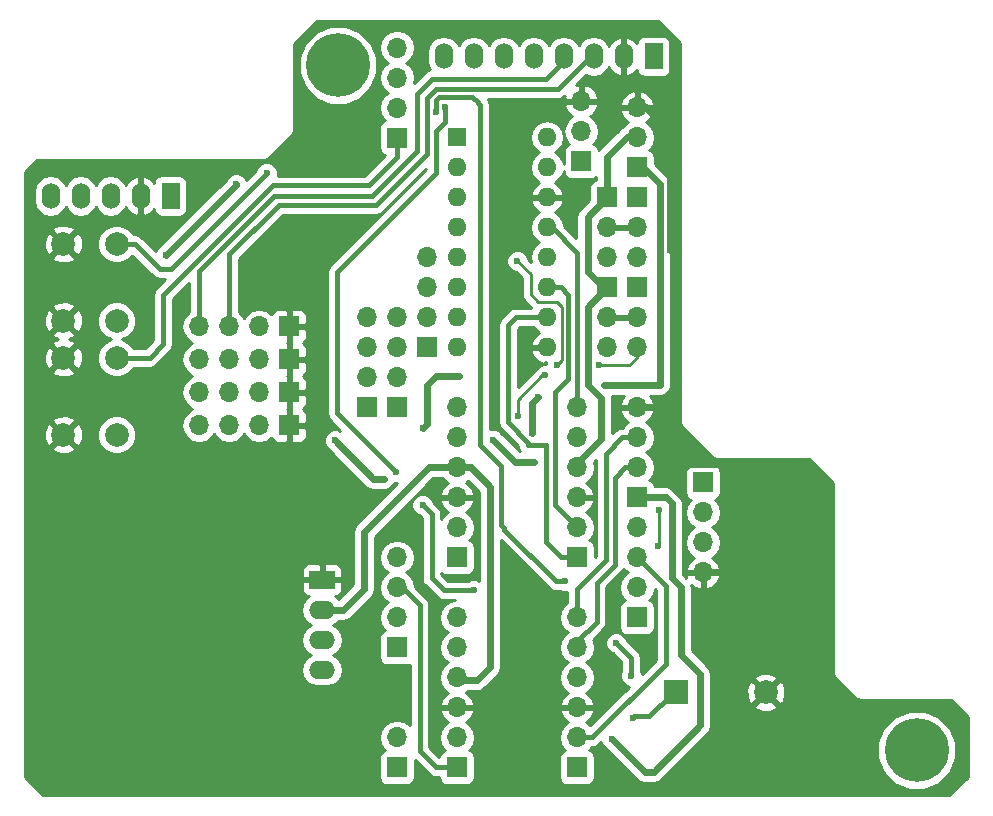
<source format=gbl>
G04 #@! TF.FileFunction,Copper,L2,Bot,Signal*
%FSLAX46Y46*%
G04 Gerber Fmt 4.6, Leading zero omitted, Abs format (unit mm)*
G04 Created by KiCad (PCBNEW 4.0.5) date 11/07/17 20:17:22*
%MOMM*%
%LPD*%
G01*
G04 APERTURE LIST*
%ADD10C,0.100000*%
%ADD11C,5.400000*%
%ADD12R,1.700000X1.700000*%
%ADD13O,1.700000X1.700000*%
%ADD14R,1.600000X1.600000*%
%ADD15O,1.600000X1.600000*%
%ADD16R,2.199640X1.524000*%
%ADD17O,2.199640X1.524000*%
%ADD18R,1.524000X2.199640*%
%ADD19O,1.524000X2.199640*%
%ADD20C,2.000000*%
%ADD21R,2.000000X2.000000*%
%ADD22C,0.600000*%
%ADD23C,0.600000*%
%ADD24C,0.250000*%
%ADD25C,0.400000*%
%ADD26C,0.254000*%
G04 APERTURE END LIST*
D10*
D11*
X173540000Y-123000000D03*
D12*
X145135600Y-73152000D03*
D13*
X145135600Y-70612000D03*
X145135600Y-68072000D03*
D14*
X134620000Y-71120000D03*
D15*
X142240000Y-88900000D03*
X134620000Y-73660000D03*
X142240000Y-86360000D03*
X134620000Y-76200000D03*
X142240000Y-83820000D03*
X134620000Y-78740000D03*
X142240000Y-81280000D03*
X134620000Y-81280000D03*
X142240000Y-78740000D03*
X134620000Y-83820000D03*
X142240000Y-76200000D03*
X134620000Y-86360000D03*
X142240000Y-73660000D03*
X134620000Y-88900000D03*
X142240000Y-71120000D03*
D13*
X134620000Y-93980000D03*
X134620000Y-96520000D03*
X134620000Y-99060000D03*
X134620000Y-101600000D03*
X134620000Y-104140000D03*
D12*
X134620000Y-106680000D03*
X144780000Y-106680000D03*
D13*
X144780000Y-104140000D03*
X144780000Y-101600000D03*
X144780000Y-99060000D03*
X144780000Y-96520000D03*
X144780000Y-93980000D03*
X134620000Y-111760000D03*
X134620000Y-114300000D03*
X134620000Y-116840000D03*
X134620000Y-119380000D03*
X134620000Y-121920000D03*
D12*
X134620000Y-124460000D03*
X144780000Y-124460000D03*
D13*
X144780000Y-121920000D03*
X144780000Y-119380000D03*
X144780000Y-116840000D03*
X144780000Y-114300000D03*
X144780000Y-111760000D03*
D12*
X149860000Y-101600000D03*
D13*
X149860000Y-99060000D03*
X149860000Y-96520000D03*
X149860000Y-93980000D03*
D12*
X149860000Y-76200000D03*
D13*
X149860000Y-78740000D03*
X149860000Y-81280000D03*
D12*
X147320000Y-76200000D03*
D13*
X147320000Y-78740000D03*
X147320000Y-81280000D03*
D12*
X149860000Y-83820000D03*
D13*
X149860000Y-86360000D03*
X149860000Y-88900000D03*
D12*
X147320000Y-83820000D03*
D13*
X147320000Y-86360000D03*
X147320000Y-88900000D03*
D12*
X129540000Y-93980000D03*
D13*
X129540000Y-91440000D03*
X129540000Y-88900000D03*
X129540000Y-86360000D03*
D12*
X129540000Y-114300000D03*
D13*
X129540000Y-111760000D03*
X129540000Y-109220000D03*
X129540000Y-106680000D03*
D12*
X127000000Y-93980000D03*
D13*
X127000000Y-91440000D03*
X127000000Y-88900000D03*
X127000000Y-86360000D03*
D12*
X149860000Y-111760000D03*
D13*
X149860000Y-109220000D03*
X149860000Y-106680000D03*
X149860000Y-104140000D03*
D12*
X149860000Y-73660000D03*
D13*
X149860000Y-71120000D03*
X149860000Y-68580000D03*
D12*
X132080000Y-88900000D03*
D13*
X132080000Y-86360000D03*
X132080000Y-83820000D03*
X132080000Y-81280000D03*
D16*
X123190000Y-108585000D03*
D17*
X123190000Y-111125000D03*
X123190000Y-113665000D03*
X123190000Y-116205000D03*
D12*
X129540000Y-124460000D03*
D13*
X129540000Y-121920000D03*
D18*
X110363000Y-76073000D03*
D19*
X107823000Y-76073000D03*
X105283000Y-76073000D03*
X102743000Y-76073000D03*
X100203000Y-76073000D03*
D18*
X151257000Y-64262000D03*
D19*
X148717000Y-64262000D03*
X146177000Y-64262000D03*
X143637000Y-64262000D03*
X141097000Y-64262000D03*
X138557000Y-64262000D03*
X136017000Y-64262000D03*
X133477000Y-64262000D03*
D20*
X101291000Y-89789000D03*
X105791000Y-89789000D03*
X101291000Y-96289000D03*
X105791000Y-96289000D03*
X101291000Y-80137000D03*
X105791000Y-80137000D03*
X101291000Y-86637000D03*
X105791000Y-86637000D03*
D12*
X155448000Y-100330000D03*
D13*
X155448000Y-102870000D03*
X155448000Y-105410000D03*
X155448000Y-107950000D03*
D12*
X120396000Y-87122000D03*
D13*
X117856000Y-87122000D03*
X115316000Y-87122000D03*
X112776000Y-87122000D03*
D12*
X120396000Y-89916000D03*
D13*
X117856000Y-89916000D03*
X115316000Y-89916000D03*
X112776000Y-89916000D03*
D12*
X120396000Y-92710000D03*
D13*
X117856000Y-92710000D03*
X115316000Y-92710000D03*
X112776000Y-92710000D03*
D12*
X120396000Y-95504000D03*
D13*
X117856000Y-95504000D03*
X115316000Y-95504000D03*
X112776000Y-95504000D03*
D12*
X129540000Y-71125080D03*
D13*
X129540000Y-68585080D03*
X129540000Y-66045080D03*
X129540000Y-63505080D03*
D11*
X124540000Y-65000000D03*
D21*
X153162000Y-118110000D03*
D20*
X160762000Y-118110000D03*
D22*
X147828000Y-92075000D03*
X141478000Y-93091000D03*
X140970000Y-96139000D03*
X151765000Y-92075000D03*
X141152880Y-98602800D03*
X137632440Y-96702880D03*
X134762240Y-91328240D03*
X131749800Y-95707200D03*
X128397000Y-100015040D03*
X124282200Y-96774000D03*
X115925600Y-75102720D03*
X109956600Y-81092040D03*
X147701000Y-122047000D03*
X152665002Y-80645000D03*
X139730480Y-81584800D03*
X143052800Y-90357960D03*
X146639280Y-90388440D03*
X142082520Y-91257120D03*
X139811760Y-94716600D03*
X131699000Y-102235000D03*
X136017000Y-109474000D03*
X148082000Y-113919000D03*
X149352000Y-116713000D03*
X149479000Y-120269000D03*
X133604000Y-68580000D03*
X129413000Y-99441000D03*
X151749760Y-102656640D03*
X151627840Y-105704640D03*
X132842000Y-68961000D03*
X143764000Y-108712000D03*
X118491000Y-74168000D03*
D23*
X147066000Y-92075000D02*
X147828000Y-92075000D01*
X151765000Y-92075000D02*
X147066000Y-92075000D01*
X123190000Y-111125000D02*
X124968000Y-111125000D01*
X132207000Y-99060000D02*
X134620000Y-99060000D01*
X126746000Y-104521000D02*
X132207000Y-99060000D01*
X126746000Y-109347000D02*
X126746000Y-104521000D01*
X124968000Y-111125000D02*
X126746000Y-109347000D01*
X134620000Y-99060000D02*
X135763000Y-99060000D01*
X135763000Y-99060000D02*
X137414000Y-100711000D01*
X137414000Y-100711000D02*
X137414000Y-115951000D01*
X137414000Y-115951000D02*
X136271000Y-117094000D01*
X136271000Y-117094000D02*
X134874000Y-117094000D01*
X134874000Y-117094000D02*
X134620000Y-116840000D01*
X141478000Y-93091000D02*
X140970000Y-93599000D01*
X140970000Y-93599000D02*
X140970000Y-96139000D01*
X149860000Y-73660000D02*
X150368000Y-73660000D01*
X150368000Y-73660000D02*
X151765000Y-75057000D01*
X151765000Y-75057000D02*
X151765000Y-92075000D01*
X139532360Y-98602800D02*
X141152880Y-98602800D01*
X137632440Y-96702880D02*
X139532360Y-98602800D01*
X132857240Y-91328240D02*
X134762240Y-91328240D01*
X132095240Y-92090240D02*
X132857240Y-91328240D01*
X132095240Y-95361760D02*
X132095240Y-92090240D01*
X131749800Y-95707200D02*
X132095240Y-95361760D01*
X127523240Y-100015040D02*
X128397000Y-100015040D01*
X124282200Y-96774000D02*
X127523240Y-100015040D01*
X115925600Y-75123040D02*
X115925600Y-75102720D01*
X109956600Y-81092040D02*
X115925600Y-75123040D01*
X144780000Y-99060000D02*
X144780000Y-98679000D01*
X144780000Y-98679000D02*
X146812000Y-96647000D01*
X145669000Y-85471000D02*
X147320000Y-83820000D01*
X145669000Y-92075000D02*
X145669000Y-85471000D01*
X146812000Y-93218000D02*
X145669000Y-92075000D01*
X146812000Y-96647000D02*
X146812000Y-93218000D01*
X149860000Y-71120000D02*
X148971000Y-71120000D01*
X147320000Y-72771000D02*
X147320000Y-76200000D01*
X148971000Y-71120000D02*
X147320000Y-72771000D01*
X147320000Y-83820000D02*
X146977002Y-83820000D01*
X146977002Y-83820000D02*
X145669000Y-82511998D01*
X145669000Y-82511998D02*
X145669000Y-77851000D01*
X145669000Y-77851000D02*
X147320000Y-76200000D01*
X149860000Y-101600000D02*
X152273000Y-101600000D01*
X150495000Y-124841000D02*
X147701000Y-122047000D01*
X151257000Y-124841000D02*
X150495000Y-124841000D01*
X155194000Y-120904000D02*
X151257000Y-124841000D01*
X155194000Y-116586000D02*
X155194000Y-120904000D01*
X153543000Y-114935000D02*
X155194000Y-116586000D01*
X153543000Y-109220000D02*
X153543000Y-114935000D01*
X152781000Y-108458000D02*
X153543000Y-109220000D01*
X152781000Y-102108000D02*
X152781000Y-108458000D01*
X152273000Y-101600000D02*
X152781000Y-102108000D01*
X149860000Y-93980000D02*
X151765000Y-93980000D01*
X156845000Y-107950000D02*
X155448000Y-107950000D01*
X158432500Y-106362500D02*
X156845000Y-107950000D01*
X158432500Y-100076000D02*
X158432500Y-106362500D01*
X157099000Y-98742500D02*
X158432500Y-100076000D01*
X153225500Y-98742500D02*
X157099000Y-98742500D01*
X152844500Y-98361500D02*
X153225500Y-98742500D01*
X152844500Y-95059500D02*
X152844500Y-98361500D01*
X151765000Y-93980000D02*
X152844500Y-95059500D01*
X149860000Y-68580000D02*
X150622000Y-68580000D01*
X150622000Y-68580000D02*
X152665002Y-70623002D01*
X152665002Y-70623002D02*
X152665002Y-80645000D01*
D24*
X139730480Y-81584800D02*
X140848080Y-82702400D01*
X140848080Y-82702400D02*
X140848080Y-84383880D01*
X140848080Y-84383880D02*
X141513560Y-85049360D01*
X141513560Y-85049360D02*
X143045958Y-85049360D01*
X143045958Y-85049360D02*
X143474440Y-85477842D01*
X143474440Y-85477842D02*
X143474440Y-89936320D01*
X143474440Y-89936320D02*
X143052800Y-90357960D01*
X146639280Y-90388440D02*
X146654520Y-90403680D01*
X146654520Y-90403680D02*
X149214840Y-90403680D01*
X149214840Y-90403680D02*
X149860000Y-89758520D01*
X149860000Y-89758520D02*
X149860000Y-88900000D01*
X141853920Y-91257120D02*
X142082520Y-91257120D01*
X139766040Y-93345000D02*
X141853920Y-91257120D01*
X139766040Y-94670880D02*
X139766040Y-93345000D01*
X139811760Y-94716600D02*
X139766040Y-94670880D01*
D25*
X119126000Y-76073000D02*
X112776000Y-82423000D01*
X143637000Y-64262000D02*
X143637000Y-64643000D01*
X143637000Y-64643000D02*
X142113000Y-66167000D01*
X142113000Y-66167000D02*
X132461000Y-66167000D01*
X132461000Y-66167000D02*
X131191000Y-67437000D01*
X131191000Y-67437000D02*
X131191000Y-72263000D01*
X131191000Y-72263000D02*
X127381000Y-76073000D01*
X127381000Y-76073000D02*
X119126000Y-76073000D01*
X112776000Y-82423000D02*
X112776000Y-87122000D01*
X146177000Y-64262000D02*
X145923000Y-64262000D01*
X145923000Y-64262000D02*
X143129000Y-67056000D01*
X115316000Y-81026000D02*
X115316000Y-87122000D01*
X119507000Y-76835000D02*
X115316000Y-81026000D01*
X127762000Y-76835000D02*
X119507000Y-76835000D01*
X132080000Y-72517000D02*
X127762000Y-76835000D01*
X132080000Y-67818000D02*
X132080000Y-72517000D01*
X132842000Y-67056000D02*
X132080000Y-67818000D01*
X143129000Y-67056000D02*
X132842000Y-67056000D01*
X144780000Y-114300000D02*
X144780000Y-113792000D01*
X144780000Y-113792000D02*
X146431000Y-112141000D01*
X146431000Y-112141000D02*
X146431000Y-108839000D01*
X146431000Y-108839000D02*
X147955000Y-107315000D01*
X147955000Y-107315000D02*
X147955000Y-99949000D01*
X147955000Y-99949000D02*
X148844000Y-99060000D01*
X148844000Y-99060000D02*
X149860000Y-99060000D01*
X144780000Y-111760000D02*
X144780000Y-109347000D01*
X148590000Y-96520000D02*
X149860000Y-96520000D01*
X147193000Y-97917000D02*
X148590000Y-96520000D01*
X147193000Y-106934000D02*
X147193000Y-97917000D01*
X144780000Y-109347000D02*
X147193000Y-106934000D01*
X144780000Y-121920000D02*
X146050000Y-121920000D01*
X152273000Y-109093000D02*
X149860000Y-106680000D01*
X152273000Y-115697000D02*
X152273000Y-109093000D01*
X146050000Y-121920000D02*
X152273000Y-115697000D01*
X129540000Y-109220000D02*
X129921000Y-109220000D01*
X129921000Y-109220000D02*
X131445000Y-110744000D01*
X131445000Y-110744000D02*
X131445000Y-123063000D01*
X131445000Y-123063000D02*
X132842000Y-124460000D01*
X132842000Y-124460000D02*
X134620000Y-124460000D01*
X140649960Y-97155000D02*
X140649960Y-96951800D01*
X140589000Y-86360000D02*
X142240000Y-86360000D01*
X139593320Y-86360000D02*
X140589000Y-86360000D01*
X138928402Y-87024918D02*
X139593320Y-86360000D01*
X138928402Y-95230242D02*
X138928402Y-87024918D01*
X140649960Y-96951800D02*
X138928402Y-95230242D01*
X140589000Y-97155000D02*
X140649960Y-97155000D01*
X140649960Y-97155000D02*
X142113000Y-97155000D01*
X142113000Y-97155000D02*
X142113000Y-98044000D01*
X143383000Y-106680000D02*
X144780000Y-106680000D01*
X142113000Y-105410000D02*
X143383000Y-106680000D01*
X142113000Y-97155000D02*
X142113000Y-98044000D01*
X142113000Y-98044000D02*
X142113000Y-105410000D01*
X142240000Y-83820000D02*
X143383000Y-83820000D01*
X142875000Y-102235000D02*
X144780000Y-104140000D01*
X142875000Y-92710000D02*
X142875000Y-102235000D01*
X144018000Y-91567000D02*
X142875000Y-92710000D01*
X144018000Y-84455000D02*
X144018000Y-91567000D01*
X143383000Y-83820000D02*
X144018000Y-84455000D01*
X142240000Y-78740000D02*
X142621000Y-78740000D01*
X142621000Y-78740000D02*
X144780000Y-80899000D01*
X144780000Y-80899000D02*
X144780000Y-93980000D01*
X132842000Y-74168000D02*
X132842000Y-70612000D01*
X131699000Y-102235000D02*
X132461000Y-102997000D01*
X132461000Y-102997000D02*
X132461000Y-108458000D01*
X132461000Y-108458000D02*
X133477000Y-109474000D01*
X133477000Y-109474000D02*
X136017000Y-109474000D01*
X148082000Y-113919000D02*
X149352000Y-115189000D01*
X149352000Y-115189000D02*
X149352000Y-116713000D01*
X149479000Y-120269000D02*
X149606000Y-120142000D01*
X149606000Y-120142000D02*
X150876000Y-120142000D01*
X152781000Y-118237000D02*
X150876000Y-120142000D01*
X124460000Y-94488000D02*
X129413000Y-99441000D01*
X124460000Y-82550000D02*
X124460000Y-94488000D01*
X132842000Y-74168000D02*
X124460000Y-82550000D01*
X133604000Y-69850000D02*
X133604000Y-68580000D01*
X132842000Y-70612000D02*
X133604000Y-69850000D01*
D24*
X151749760Y-105582720D02*
X151749760Y-102656640D01*
X151627840Y-105704640D02*
X151749760Y-105582720D01*
D25*
X138328400Y-103898798D02*
X138328400Y-98907600D01*
X138607800Y-104178198D02*
X138328400Y-103898798D01*
X138607800Y-104317800D02*
X138607800Y-104178198D01*
X136372600Y-68188840D02*
X136372600Y-68153842D01*
X136550400Y-68366640D02*
X136372600Y-68188840D01*
X136550400Y-97129600D02*
X136550400Y-68366640D01*
X138328400Y-98907600D02*
X136550400Y-97129600D01*
X136372600Y-68153842D02*
X135874760Y-67656002D01*
X135874760Y-67656002D02*
X134712002Y-67656002D01*
X133130998Y-67656002D02*
X134712002Y-67656002D01*
X132842000Y-67945000D02*
X133130998Y-67656002D01*
X132842000Y-68961000D02*
X132842000Y-67945000D01*
X143002000Y-108712000D02*
X143764000Y-108712000D01*
X138557000Y-104267000D02*
X138607800Y-104317800D01*
X138607800Y-104317800D02*
X143002000Y-108712000D01*
X129540000Y-71120000D02*
X129540000Y-72771000D01*
X108585000Y-89789000D02*
X105791000Y-89789000D01*
X109728000Y-88646000D02*
X108585000Y-89789000D01*
X109728000Y-84455000D02*
X109728000Y-88646000D01*
X118999000Y-75184000D02*
X109728000Y-84455000D01*
X127127000Y-75184000D02*
X118999000Y-75184000D01*
X129540000Y-72771000D02*
X127127000Y-75184000D01*
X105791000Y-80137000D02*
X107315000Y-80137000D01*
X109453680Y-82275680D02*
X107315000Y-80137000D01*
X110383320Y-82275680D02*
X109453680Y-82275680D01*
X118491000Y-74168000D02*
X110383320Y-82275680D01*
D26*
G36*
X153531500Y-63159092D02*
X153531500Y-95186500D01*
X153585546Y-95458205D01*
X153739454Y-95688546D01*
X156152454Y-98101546D01*
X156382795Y-98255454D01*
X156654500Y-98309500D01*
X164424908Y-98309500D01*
X166485500Y-100370092D01*
X166485500Y-116459000D01*
X166539546Y-116730705D01*
X166693454Y-116961046D01*
X168280954Y-118548546D01*
X168511295Y-118702454D01*
X168783000Y-118756500D01*
X176426408Y-118756500D01*
X177852000Y-120182092D01*
X177852000Y-125245408D01*
X176299408Y-126798000D01*
X99608092Y-126798000D01*
X98055500Y-125245408D01*
X98055500Y-107696691D01*
X121455180Y-107696691D01*
X121455180Y-108299250D01*
X121613930Y-108458000D01*
X123063000Y-108458000D01*
X123063000Y-107346750D01*
X123317000Y-107346750D01*
X123317000Y-108458000D01*
X124766070Y-108458000D01*
X124924820Y-108299250D01*
X124924820Y-107696691D01*
X124828147Y-107463302D01*
X124649519Y-107284673D01*
X124416130Y-107188000D01*
X123475750Y-107188000D01*
X123317000Y-107346750D01*
X123063000Y-107346750D01*
X122904250Y-107188000D01*
X121963870Y-107188000D01*
X121730481Y-107284673D01*
X121551853Y-107463302D01*
X121455180Y-107696691D01*
X98055500Y-107696691D01*
X98055500Y-97441532D01*
X100318073Y-97441532D01*
X100416736Y-97708387D01*
X101026461Y-97934908D01*
X101676460Y-97910856D01*
X102165264Y-97708387D01*
X102263927Y-97441532D01*
X101291000Y-96468605D01*
X100318073Y-97441532D01*
X98055500Y-97441532D01*
X98055500Y-96024461D01*
X99645092Y-96024461D01*
X99669144Y-96674460D01*
X99871613Y-97163264D01*
X100138468Y-97261927D01*
X101111395Y-96289000D01*
X101470605Y-96289000D01*
X102443532Y-97261927D01*
X102710387Y-97163264D01*
X102914893Y-96612795D01*
X104155716Y-96612795D01*
X104404106Y-97213943D01*
X104863637Y-97674278D01*
X105464352Y-97923716D01*
X106114795Y-97924284D01*
X106715943Y-97675894D01*
X107176278Y-97216363D01*
X107425716Y-96615648D01*
X107426284Y-95965205D01*
X107177894Y-95364057D01*
X106718363Y-94903722D01*
X106117648Y-94654284D01*
X105467205Y-94653716D01*
X104866057Y-94902106D01*
X104405722Y-95361637D01*
X104156284Y-95962352D01*
X104155716Y-96612795D01*
X102914893Y-96612795D01*
X102936908Y-96553539D01*
X102912856Y-95903540D01*
X102710387Y-95414736D01*
X102443532Y-95316073D01*
X101470605Y-96289000D01*
X101111395Y-96289000D01*
X100138468Y-95316073D01*
X99871613Y-95414736D01*
X99645092Y-96024461D01*
X98055500Y-96024461D01*
X98055500Y-95136468D01*
X100318073Y-95136468D01*
X101291000Y-96109395D01*
X102263927Y-95136468D01*
X102165264Y-94869613D01*
X101555539Y-94643092D01*
X100905540Y-94667144D01*
X100416736Y-94869613D01*
X100318073Y-95136468D01*
X98055500Y-95136468D01*
X98055500Y-90941532D01*
X100318073Y-90941532D01*
X100416736Y-91208387D01*
X101026461Y-91434908D01*
X101676460Y-91410856D01*
X102165264Y-91208387D01*
X102263927Y-90941532D01*
X101291000Y-89968605D01*
X100318073Y-90941532D01*
X98055500Y-90941532D01*
X98055500Y-89524461D01*
X99645092Y-89524461D01*
X99669144Y-90174460D01*
X99871613Y-90663264D01*
X100138468Y-90761927D01*
X101111395Y-89789000D01*
X101470605Y-89789000D01*
X102443532Y-90761927D01*
X102710387Y-90663264D01*
X102936908Y-90053539D01*
X102912856Y-89403540D01*
X102710387Y-88914736D01*
X102443532Y-88816073D01*
X101470605Y-89789000D01*
X101111395Y-89789000D01*
X100138468Y-88816073D01*
X99871613Y-88914736D01*
X99645092Y-89524461D01*
X98055500Y-89524461D01*
X98055500Y-87789532D01*
X100318073Y-87789532D01*
X100416736Y-88056387D01*
X100815381Y-88204489D01*
X100416736Y-88369613D01*
X100318073Y-88636468D01*
X101291000Y-89609395D01*
X102263927Y-88636468D01*
X102165264Y-88369613D01*
X101766619Y-88221511D01*
X102165264Y-88056387D01*
X102263927Y-87789532D01*
X101291000Y-86816605D01*
X100318073Y-87789532D01*
X98055500Y-87789532D01*
X98055500Y-86372461D01*
X99645092Y-86372461D01*
X99669144Y-87022460D01*
X99871613Y-87511264D01*
X100138468Y-87609927D01*
X101111395Y-86637000D01*
X101470605Y-86637000D01*
X102443532Y-87609927D01*
X102710387Y-87511264D01*
X102936908Y-86901539D01*
X102912856Y-86251540D01*
X102710387Y-85762736D01*
X102443532Y-85664073D01*
X101470605Y-86637000D01*
X101111395Y-86637000D01*
X100138468Y-85664073D01*
X99871613Y-85762736D01*
X99645092Y-86372461D01*
X98055500Y-86372461D01*
X98055500Y-85484468D01*
X100318073Y-85484468D01*
X101291000Y-86457395D01*
X102263927Y-85484468D01*
X102165264Y-85217613D01*
X101555539Y-84991092D01*
X100905540Y-85015144D01*
X100416736Y-85217613D01*
X100318073Y-85484468D01*
X98055500Y-85484468D01*
X98055500Y-81289532D01*
X100318073Y-81289532D01*
X100416736Y-81556387D01*
X101026461Y-81782908D01*
X101676460Y-81758856D01*
X102165264Y-81556387D01*
X102263927Y-81289532D01*
X101291000Y-80316605D01*
X100318073Y-81289532D01*
X98055500Y-81289532D01*
X98055500Y-79872461D01*
X99645092Y-79872461D01*
X99669144Y-80522460D01*
X99871613Y-81011264D01*
X100138468Y-81109927D01*
X101111395Y-80137000D01*
X101470605Y-80137000D01*
X102443532Y-81109927D01*
X102710387Y-81011264D01*
X102914893Y-80460795D01*
X104155716Y-80460795D01*
X104404106Y-81061943D01*
X104863637Y-81522278D01*
X105464352Y-81771716D01*
X106114795Y-81772284D01*
X106715943Y-81523894D01*
X107118836Y-81121704D01*
X108863246Y-82866114D01*
X109134139Y-83047119D01*
X109453680Y-83110680D01*
X109891452Y-83110680D01*
X109137566Y-83864566D01*
X108956561Y-84135459D01*
X108893000Y-84455000D01*
X108893000Y-88300132D01*
X108239132Y-88954000D01*
X107215058Y-88954000D01*
X107177894Y-88864057D01*
X106718363Y-88403722D01*
X106258663Y-88212839D01*
X106715943Y-88023894D01*
X107176278Y-87564363D01*
X107425716Y-86963648D01*
X107426284Y-86313205D01*
X107177894Y-85712057D01*
X106718363Y-85251722D01*
X106117648Y-85002284D01*
X105467205Y-85001716D01*
X104866057Y-85250106D01*
X104405722Y-85709637D01*
X104156284Y-86310352D01*
X104155716Y-86960795D01*
X104404106Y-87561943D01*
X104863637Y-88022278D01*
X105323337Y-88213161D01*
X104866057Y-88402106D01*
X104405722Y-88861637D01*
X104156284Y-89462352D01*
X104155716Y-90112795D01*
X104404106Y-90713943D01*
X104863637Y-91174278D01*
X105464352Y-91423716D01*
X106114795Y-91424284D01*
X106715943Y-91175894D01*
X107176278Y-90716363D01*
X107214630Y-90624000D01*
X108585000Y-90624000D01*
X108904541Y-90560439D01*
X109175434Y-90379434D01*
X110318434Y-89236434D01*
X110358601Y-89176320D01*
X110499439Y-88965541D01*
X110563000Y-88646000D01*
X110563000Y-84800868D01*
X111941000Y-83422868D01*
X111941000Y-85899159D01*
X111725946Y-86042853D01*
X111404039Y-86524622D01*
X111291000Y-87092907D01*
X111291000Y-87151093D01*
X111404039Y-87719378D01*
X111725946Y-88201147D01*
X112201648Y-88519000D01*
X111725946Y-88836853D01*
X111404039Y-89318622D01*
X111291000Y-89886907D01*
X111291000Y-89945093D01*
X111404039Y-90513378D01*
X111725946Y-90995147D01*
X112201648Y-91313000D01*
X111725946Y-91630853D01*
X111404039Y-92112622D01*
X111291000Y-92680907D01*
X111291000Y-92739093D01*
X111404039Y-93307378D01*
X111725946Y-93789147D01*
X112201648Y-94107000D01*
X111725946Y-94424853D01*
X111404039Y-94906622D01*
X111291000Y-95474907D01*
X111291000Y-95533093D01*
X111404039Y-96101378D01*
X111725946Y-96583147D01*
X112207715Y-96905054D01*
X112776000Y-97018093D01*
X113344285Y-96905054D01*
X113826054Y-96583147D01*
X114046000Y-96253974D01*
X114265946Y-96583147D01*
X114747715Y-96905054D01*
X115316000Y-97018093D01*
X115884285Y-96905054D01*
X116366054Y-96583147D01*
X116586000Y-96253974D01*
X116805946Y-96583147D01*
X117287715Y-96905054D01*
X117856000Y-97018093D01*
X118424285Y-96905054D01*
X118906054Y-96583147D01*
X118935403Y-96539223D01*
X119007673Y-96713698D01*
X119186301Y-96892327D01*
X119419690Y-96989000D01*
X120110250Y-96989000D01*
X120269000Y-96830250D01*
X120269000Y-95631000D01*
X120523000Y-95631000D01*
X120523000Y-96830250D01*
X120681750Y-96989000D01*
X121372310Y-96989000D01*
X121605699Y-96892327D01*
X121784327Y-96713698D01*
X121881000Y-96480309D01*
X121881000Y-95789750D01*
X121722250Y-95631000D01*
X120523000Y-95631000D01*
X120269000Y-95631000D01*
X120249000Y-95631000D01*
X120249000Y-95377000D01*
X120269000Y-95377000D01*
X120269000Y-94177750D01*
X120198250Y-94107000D01*
X120269000Y-94036250D01*
X120269000Y-92837000D01*
X120523000Y-92837000D01*
X120523000Y-94036250D01*
X120593750Y-94107000D01*
X120523000Y-94177750D01*
X120523000Y-95377000D01*
X121722250Y-95377000D01*
X121881000Y-95218250D01*
X121881000Y-94527691D01*
X121784327Y-94294302D01*
X121605699Y-94115673D01*
X121584761Y-94107000D01*
X121605699Y-94098327D01*
X121784327Y-93919698D01*
X121881000Y-93686309D01*
X121881000Y-92995750D01*
X121722250Y-92837000D01*
X120523000Y-92837000D01*
X120269000Y-92837000D01*
X120249000Y-92837000D01*
X120249000Y-92583000D01*
X120269000Y-92583000D01*
X120269000Y-91383750D01*
X120198250Y-91313000D01*
X120269000Y-91242250D01*
X120269000Y-90043000D01*
X120523000Y-90043000D01*
X120523000Y-91242250D01*
X120593750Y-91313000D01*
X120523000Y-91383750D01*
X120523000Y-92583000D01*
X121722250Y-92583000D01*
X121881000Y-92424250D01*
X121881000Y-91733691D01*
X121784327Y-91500302D01*
X121605699Y-91321673D01*
X121584761Y-91313000D01*
X121605699Y-91304327D01*
X121784327Y-91125698D01*
X121881000Y-90892309D01*
X121881000Y-90201750D01*
X121722250Y-90043000D01*
X120523000Y-90043000D01*
X120269000Y-90043000D01*
X120249000Y-90043000D01*
X120249000Y-89789000D01*
X120269000Y-89789000D01*
X120269000Y-88589750D01*
X120198250Y-88519000D01*
X120269000Y-88448250D01*
X120269000Y-87249000D01*
X120523000Y-87249000D01*
X120523000Y-88448250D01*
X120593750Y-88519000D01*
X120523000Y-88589750D01*
X120523000Y-89789000D01*
X121722250Y-89789000D01*
X121881000Y-89630250D01*
X121881000Y-88939691D01*
X121784327Y-88706302D01*
X121605699Y-88527673D01*
X121584761Y-88519000D01*
X121605699Y-88510327D01*
X121784327Y-88331698D01*
X121881000Y-88098309D01*
X121881000Y-87407750D01*
X121722250Y-87249000D01*
X120523000Y-87249000D01*
X120269000Y-87249000D01*
X120249000Y-87249000D01*
X120249000Y-86995000D01*
X120269000Y-86995000D01*
X120269000Y-85795750D01*
X120523000Y-85795750D01*
X120523000Y-86995000D01*
X121722250Y-86995000D01*
X121881000Y-86836250D01*
X121881000Y-86145691D01*
X121784327Y-85912302D01*
X121605699Y-85733673D01*
X121372310Y-85637000D01*
X120681750Y-85637000D01*
X120523000Y-85795750D01*
X120269000Y-85795750D01*
X120110250Y-85637000D01*
X119419690Y-85637000D01*
X119186301Y-85733673D01*
X119007673Y-85912302D01*
X118935403Y-86086777D01*
X118906054Y-86042853D01*
X118424285Y-85720946D01*
X117856000Y-85607907D01*
X117287715Y-85720946D01*
X116805946Y-86042853D01*
X116586000Y-86372026D01*
X116366054Y-86042853D01*
X116151000Y-85899159D01*
X116151000Y-81371868D01*
X119852868Y-77670000D01*
X127762000Y-77670000D01*
X128081541Y-77606439D01*
X128352434Y-77425434D01*
X132007000Y-73770868D01*
X132007000Y-73822132D01*
X123869566Y-81959566D01*
X123688561Y-82230459D01*
X123625000Y-82550000D01*
X123625000Y-94488000D01*
X123688561Y-94807541D01*
X123869566Y-95078434D01*
X124744829Y-95953697D01*
X124468999Y-95839162D01*
X124097033Y-95838838D01*
X123753257Y-95980883D01*
X123490008Y-96243673D01*
X123347362Y-96587201D01*
X123347038Y-96959167D01*
X123489083Y-97302943D01*
X123751873Y-97566192D01*
X123752265Y-97566355D01*
X126862095Y-100676185D01*
X127165431Y-100878867D01*
X127523240Y-100950040D01*
X128396184Y-100950040D01*
X128582167Y-100950202D01*
X128925943Y-100808157D01*
X129189192Y-100545367D01*
X129259575Y-100375867D01*
X129568574Y-100376136D01*
X126084855Y-103859855D01*
X125882173Y-104163191D01*
X125811000Y-104521000D01*
X125811000Y-108959710D01*
X124583242Y-110187468D01*
X124549635Y-110137172D01*
X124317404Y-109982000D01*
X124416130Y-109982000D01*
X124649519Y-109885327D01*
X124828147Y-109706698D01*
X124924820Y-109473309D01*
X124924820Y-108870750D01*
X124766070Y-108712000D01*
X123317000Y-108712000D01*
X123317000Y-108732000D01*
X123063000Y-108732000D01*
X123063000Y-108712000D01*
X121613930Y-108712000D01*
X121455180Y-108870750D01*
X121455180Y-109473309D01*
X121551853Y-109706698D01*
X121730481Y-109885327D01*
X121963870Y-109982000D01*
X122062596Y-109982000D01*
X121830365Y-110137172D01*
X121527533Y-110590391D01*
X121421193Y-111125000D01*
X121527533Y-111659609D01*
X121830365Y-112112828D01*
X122252664Y-112395000D01*
X121830365Y-112677172D01*
X121527533Y-113130391D01*
X121421193Y-113665000D01*
X121527533Y-114199609D01*
X121830365Y-114652828D01*
X122252664Y-114935000D01*
X121830365Y-115217172D01*
X121527533Y-115670391D01*
X121421193Y-116205000D01*
X121527533Y-116739609D01*
X121830365Y-117192828D01*
X122283584Y-117495660D01*
X122818193Y-117602000D01*
X123561807Y-117602000D01*
X124096416Y-117495660D01*
X124549635Y-117192828D01*
X124852467Y-116739609D01*
X124958807Y-116205000D01*
X124852467Y-115670391D01*
X124549635Y-115217172D01*
X124127336Y-114935000D01*
X124549635Y-114652828D01*
X124852467Y-114199609D01*
X124958807Y-113665000D01*
X124852467Y-113130391D01*
X124549635Y-112677172D01*
X124127336Y-112395000D01*
X124549635Y-112112828D01*
X124584934Y-112060000D01*
X124968000Y-112060000D01*
X125325809Y-111988827D01*
X125629145Y-111786145D01*
X127407145Y-110008145D01*
X127609827Y-109704809D01*
X127681000Y-109347000D01*
X127681000Y-106680000D01*
X128025907Y-106680000D01*
X128138946Y-107248285D01*
X128460853Y-107730054D01*
X128790026Y-107950000D01*
X128460853Y-108169946D01*
X128138946Y-108651715D01*
X128025907Y-109220000D01*
X128138946Y-109788285D01*
X128460853Y-110270054D01*
X128790026Y-110490000D01*
X128460853Y-110709946D01*
X128138946Y-111191715D01*
X128025907Y-111760000D01*
X128138946Y-112328285D01*
X128460853Y-112810054D01*
X128502452Y-112837850D01*
X128454683Y-112846838D01*
X128238559Y-112985910D01*
X128093569Y-113198110D01*
X128042560Y-113450000D01*
X128042560Y-115150000D01*
X128086838Y-115385317D01*
X128225910Y-115601441D01*
X128438110Y-115746431D01*
X128690000Y-115797440D01*
X130390000Y-115797440D01*
X130610000Y-115756044D01*
X130610000Y-120863834D01*
X130137378Y-120548039D01*
X129569093Y-120435000D01*
X129510907Y-120435000D01*
X128942622Y-120548039D01*
X128460853Y-120869946D01*
X128138946Y-121351715D01*
X128025907Y-121920000D01*
X128138946Y-122488285D01*
X128460853Y-122970054D01*
X128502452Y-122997850D01*
X128454683Y-123006838D01*
X128238559Y-123145910D01*
X128093569Y-123358110D01*
X128042560Y-123610000D01*
X128042560Y-125310000D01*
X128086838Y-125545317D01*
X128225910Y-125761441D01*
X128438110Y-125906431D01*
X128690000Y-125957440D01*
X130390000Y-125957440D01*
X130625317Y-125913162D01*
X130841441Y-125774090D01*
X130986431Y-125561890D01*
X131037440Y-125310000D01*
X131037440Y-123836308D01*
X132251566Y-125050434D01*
X132522459Y-125231439D01*
X132842000Y-125295000D01*
X133122560Y-125295000D01*
X133122560Y-125310000D01*
X133166838Y-125545317D01*
X133305910Y-125761441D01*
X133518110Y-125906431D01*
X133770000Y-125957440D01*
X135470000Y-125957440D01*
X135705317Y-125913162D01*
X135921441Y-125774090D01*
X136066431Y-125561890D01*
X136117440Y-125310000D01*
X136117440Y-123610000D01*
X136073162Y-123374683D01*
X135934090Y-123158559D01*
X135721890Y-123013569D01*
X135654459Y-122999914D01*
X135699147Y-122970054D01*
X136021054Y-122488285D01*
X136134093Y-121920000D01*
X136021054Y-121351715D01*
X135699147Y-120869946D01*
X135358447Y-120642298D01*
X135501358Y-120575183D01*
X135891645Y-120146924D01*
X136061476Y-119736890D01*
X135940155Y-119507000D01*
X134747000Y-119507000D01*
X134747000Y-119527000D01*
X134493000Y-119527000D01*
X134493000Y-119507000D01*
X133299845Y-119507000D01*
X133178524Y-119736890D01*
X133348355Y-120146924D01*
X133738642Y-120575183D01*
X133881553Y-120642298D01*
X133540853Y-120869946D01*
X133218946Y-121351715D01*
X133105907Y-121920000D01*
X133218946Y-122488285D01*
X133540853Y-122970054D01*
X133582452Y-122997850D01*
X133534683Y-123006838D01*
X133318559Y-123145910D01*
X133173569Y-123358110D01*
X133131032Y-123568164D01*
X132280000Y-122717132D01*
X132280000Y-110744000D01*
X132216439Y-110424459D01*
X132035434Y-110153566D01*
X131042230Y-109160362D01*
X130941054Y-108651715D01*
X130619147Y-108169946D01*
X130289974Y-107950000D01*
X130619147Y-107730054D01*
X130941054Y-107248285D01*
X131054093Y-106680000D01*
X130941054Y-106111715D01*
X130619147Y-105629946D01*
X130137378Y-105308039D01*
X129569093Y-105195000D01*
X129510907Y-105195000D01*
X128942622Y-105308039D01*
X128460853Y-105629946D01*
X128138946Y-106111715D01*
X128025907Y-106680000D01*
X127681000Y-106680000D01*
X127681000Y-104908290D01*
X132594290Y-99995000D01*
X133463977Y-99995000D01*
X133540853Y-100110054D01*
X133881553Y-100337702D01*
X133738642Y-100404817D01*
X133348355Y-100833076D01*
X133178524Y-101243110D01*
X133299845Y-101473000D01*
X134493000Y-101473000D01*
X134493000Y-101453000D01*
X134747000Y-101453000D01*
X134747000Y-101473000D01*
X135940155Y-101473000D01*
X136061476Y-101243110D01*
X135891645Y-100833076D01*
X135501358Y-100404817D01*
X135358447Y-100337702D01*
X135574230Y-100193520D01*
X136479000Y-101098290D01*
X136479000Y-108653436D01*
X136203799Y-108539162D01*
X135831833Y-108538838D01*
X135589422Y-108639000D01*
X133822868Y-108639000D01*
X133296000Y-108112132D01*
X133296000Y-107966040D01*
X133305910Y-107981441D01*
X133518110Y-108126431D01*
X133770000Y-108177440D01*
X135470000Y-108177440D01*
X135705317Y-108133162D01*
X135921441Y-107994090D01*
X136066431Y-107781890D01*
X136117440Y-107530000D01*
X136117440Y-105830000D01*
X136073162Y-105594683D01*
X135934090Y-105378559D01*
X135721890Y-105233569D01*
X135654459Y-105219914D01*
X135699147Y-105190054D01*
X136021054Y-104708285D01*
X136134093Y-104140000D01*
X136021054Y-103571715D01*
X135699147Y-103089946D01*
X135358447Y-102862298D01*
X135501358Y-102795183D01*
X135891645Y-102366924D01*
X136061476Y-101956890D01*
X135940155Y-101727000D01*
X134747000Y-101727000D01*
X134747000Y-101747000D01*
X134493000Y-101747000D01*
X134493000Y-101727000D01*
X133299845Y-101727000D01*
X133178524Y-101956890D01*
X133348355Y-102366924D01*
X133738642Y-102795183D01*
X133881553Y-102862298D01*
X133540853Y-103089946D01*
X133296000Y-103456395D01*
X133296000Y-102997000D01*
X133265130Y-102841807D01*
X133232440Y-102677460D01*
X133051434Y-102406566D01*
X132591535Y-101946667D01*
X132492117Y-101706057D01*
X132229327Y-101442808D01*
X131885799Y-101300162D01*
X131513833Y-101299838D01*
X131170057Y-101441883D01*
X130906808Y-101704673D01*
X130764162Y-102048201D01*
X130763838Y-102420167D01*
X130905883Y-102763943D01*
X131168673Y-103027192D01*
X131410910Y-103127778D01*
X131626000Y-103342868D01*
X131626000Y-108458000D01*
X131689561Y-108777541D01*
X131771693Y-108900460D01*
X131870566Y-109048434D01*
X132886566Y-110064434D01*
X133157459Y-110245439D01*
X133477000Y-110309000D01*
X134419978Y-110309000D01*
X134022622Y-110388039D01*
X133540853Y-110709946D01*
X133218946Y-111191715D01*
X133105907Y-111760000D01*
X133218946Y-112328285D01*
X133540853Y-112810054D01*
X133870026Y-113030000D01*
X133540853Y-113249946D01*
X133218946Y-113731715D01*
X133105907Y-114300000D01*
X133218946Y-114868285D01*
X133540853Y-115350054D01*
X133870026Y-115570000D01*
X133540853Y-115789946D01*
X133218946Y-116271715D01*
X133105907Y-116840000D01*
X133218946Y-117408285D01*
X133540853Y-117890054D01*
X133881553Y-118117702D01*
X133738642Y-118184817D01*
X133348355Y-118613076D01*
X133178524Y-119023110D01*
X133299845Y-119253000D01*
X134493000Y-119253000D01*
X134493000Y-119233000D01*
X134747000Y-119233000D01*
X134747000Y-119253000D01*
X135940155Y-119253000D01*
X136061476Y-119023110D01*
X135891645Y-118613076D01*
X135501358Y-118184817D01*
X135358447Y-118117702D01*
X135491199Y-118029000D01*
X136271000Y-118029000D01*
X136628809Y-117957827D01*
X136932145Y-117755145D01*
X138075145Y-116612145D01*
X138277827Y-116308809D01*
X138349000Y-115951000D01*
X138349000Y-105239868D01*
X142411566Y-109302434D01*
X142682459Y-109483439D01*
X143002000Y-109547000D01*
X143336766Y-109547000D01*
X143577201Y-109646838D01*
X143945000Y-109647158D01*
X143945000Y-110546813D01*
X143700853Y-110709946D01*
X143378946Y-111191715D01*
X143265907Y-111760000D01*
X143378946Y-112328285D01*
X143700853Y-112810054D01*
X144030026Y-113030000D01*
X143700853Y-113249946D01*
X143378946Y-113731715D01*
X143265907Y-114300000D01*
X143378946Y-114868285D01*
X143700853Y-115350054D01*
X144030026Y-115570000D01*
X143700853Y-115789946D01*
X143378946Y-116271715D01*
X143265907Y-116840000D01*
X143378946Y-117408285D01*
X143700853Y-117890054D01*
X144041553Y-118117702D01*
X143898642Y-118184817D01*
X143508355Y-118613076D01*
X143338524Y-119023110D01*
X143459845Y-119253000D01*
X144653000Y-119253000D01*
X144653000Y-119233000D01*
X144907000Y-119233000D01*
X144907000Y-119253000D01*
X146100155Y-119253000D01*
X146221476Y-119023110D01*
X146051645Y-118613076D01*
X145661358Y-118184817D01*
X145518447Y-118117702D01*
X145859147Y-117890054D01*
X146181054Y-117408285D01*
X146294093Y-116840000D01*
X146181054Y-116271715D01*
X145859147Y-115789946D01*
X145529974Y-115570000D01*
X145859147Y-115350054D01*
X146181054Y-114868285D01*
X146294093Y-114300000D01*
X146181054Y-113731715D01*
X146117007Y-113635861D01*
X147021434Y-112731434D01*
X147202440Y-112460540D01*
X147266000Y-112141000D01*
X147266000Y-109184868D01*
X148545434Y-107905434D01*
X148583784Y-107848039D01*
X148721736Y-107641579D01*
X148780853Y-107730054D01*
X149110026Y-107950000D01*
X148780853Y-108169946D01*
X148458946Y-108651715D01*
X148345907Y-109220000D01*
X148458946Y-109788285D01*
X148780853Y-110270054D01*
X148822452Y-110297850D01*
X148774683Y-110306838D01*
X148558559Y-110445910D01*
X148413569Y-110658110D01*
X148362560Y-110910000D01*
X148362560Y-112610000D01*
X148406838Y-112845317D01*
X148545910Y-113061441D01*
X148758110Y-113206431D01*
X149010000Y-113257440D01*
X150710000Y-113257440D01*
X150945317Y-113213162D01*
X151161441Y-113074090D01*
X151306431Y-112861890D01*
X151357440Y-112610000D01*
X151357440Y-110910000D01*
X151313162Y-110674683D01*
X151174090Y-110458559D01*
X150961890Y-110313569D01*
X150894459Y-110299914D01*
X150939147Y-110270054D01*
X151261054Y-109788285D01*
X151348383Y-109349251D01*
X151438000Y-109438868D01*
X151438000Y-115351132D01*
X150279600Y-116509532D01*
X150187000Y-116285422D01*
X150187000Y-115189000D01*
X150123439Y-114869459D01*
X149942434Y-114598566D01*
X148974535Y-113630667D01*
X148875117Y-113390057D01*
X148612327Y-113126808D01*
X148268799Y-112984162D01*
X147896833Y-112983838D01*
X147553057Y-113125883D01*
X147289808Y-113388673D01*
X147147162Y-113732201D01*
X147146838Y-114104167D01*
X147288883Y-114447943D01*
X147551673Y-114711192D01*
X147793910Y-114811778D01*
X148517000Y-115534868D01*
X148517000Y-116285766D01*
X148417162Y-116526201D01*
X148416838Y-116898167D01*
X148558883Y-117241943D01*
X148821673Y-117505192D01*
X149148308Y-117640824D01*
X145883195Y-120905937D01*
X145859147Y-120869946D01*
X145518447Y-120642298D01*
X145661358Y-120575183D01*
X146051645Y-120146924D01*
X146221476Y-119736890D01*
X146100155Y-119507000D01*
X144907000Y-119507000D01*
X144907000Y-119527000D01*
X144653000Y-119527000D01*
X144653000Y-119507000D01*
X143459845Y-119507000D01*
X143338524Y-119736890D01*
X143508355Y-120146924D01*
X143898642Y-120575183D01*
X144041553Y-120642298D01*
X143700853Y-120869946D01*
X143378946Y-121351715D01*
X143265907Y-121920000D01*
X143378946Y-122488285D01*
X143700853Y-122970054D01*
X143742452Y-122997850D01*
X143694683Y-123006838D01*
X143478559Y-123145910D01*
X143333569Y-123358110D01*
X143282560Y-123610000D01*
X143282560Y-125310000D01*
X143326838Y-125545317D01*
X143465910Y-125761441D01*
X143678110Y-125906431D01*
X143930000Y-125957440D01*
X145630000Y-125957440D01*
X145865317Y-125913162D01*
X146081441Y-125774090D01*
X146226431Y-125561890D01*
X146277440Y-125310000D01*
X146277440Y-123610000D01*
X146233162Y-123374683D01*
X146094090Y-123158559D01*
X145881890Y-123013569D01*
X145814459Y-122999914D01*
X145859147Y-122970054D01*
X146002841Y-122755000D01*
X146050000Y-122755000D01*
X146369541Y-122691439D01*
X146640434Y-122510434D01*
X146810532Y-122340336D01*
X146907883Y-122575943D01*
X147170673Y-122839192D01*
X147171065Y-122839355D01*
X149833855Y-125502145D01*
X150137191Y-125704827D01*
X150495000Y-125776000D01*
X151257000Y-125776000D01*
X151614809Y-125704827D01*
X151918145Y-125502145D01*
X153759828Y-123660462D01*
X170204422Y-123660462D01*
X170711076Y-124886658D01*
X171648407Y-125825627D01*
X172873717Y-126334420D01*
X174200462Y-126335578D01*
X175426658Y-125828924D01*
X176365627Y-124891593D01*
X176874420Y-123666283D01*
X176875578Y-122339538D01*
X176368924Y-121113342D01*
X175431593Y-120174373D01*
X174206283Y-119665580D01*
X172879538Y-119664422D01*
X171653342Y-120171076D01*
X170714373Y-121108407D01*
X170205580Y-122333717D01*
X170204422Y-123660462D01*
X153759828Y-123660462D01*
X155855145Y-121565145D01*
X156057827Y-121261809D01*
X156129000Y-120904000D01*
X156129000Y-119262532D01*
X159789073Y-119262532D01*
X159887736Y-119529387D01*
X160497461Y-119755908D01*
X161147460Y-119731856D01*
X161636264Y-119529387D01*
X161734927Y-119262532D01*
X160762000Y-118289605D01*
X159789073Y-119262532D01*
X156129000Y-119262532D01*
X156129000Y-117845461D01*
X159116092Y-117845461D01*
X159140144Y-118495460D01*
X159342613Y-118984264D01*
X159609468Y-119082927D01*
X160582395Y-118110000D01*
X160941605Y-118110000D01*
X161914532Y-119082927D01*
X162181387Y-118984264D01*
X162407908Y-118374539D01*
X162383856Y-117724540D01*
X162181387Y-117235736D01*
X161914532Y-117137073D01*
X160941605Y-118110000D01*
X160582395Y-118110000D01*
X159609468Y-117137073D01*
X159342613Y-117235736D01*
X159116092Y-117845461D01*
X156129000Y-117845461D01*
X156129000Y-116957468D01*
X159789073Y-116957468D01*
X160762000Y-117930395D01*
X161734927Y-116957468D01*
X161636264Y-116690613D01*
X161026539Y-116464092D01*
X160376540Y-116488144D01*
X159887736Y-116690613D01*
X159789073Y-116957468D01*
X156129000Y-116957468D01*
X156129000Y-116586005D01*
X156129001Y-116586000D01*
X156069611Y-116287434D01*
X156057827Y-116228191D01*
X155855145Y-115924855D01*
X154478000Y-114547710D01*
X154478000Y-109220000D01*
X154434213Y-108999870D01*
X154566642Y-109145183D01*
X155091108Y-109391486D01*
X155321000Y-109270819D01*
X155321000Y-108077000D01*
X155575000Y-108077000D01*
X155575000Y-109270819D01*
X155804892Y-109391486D01*
X156329358Y-109145183D01*
X156719645Y-108716924D01*
X156889476Y-108306890D01*
X156768155Y-108077000D01*
X155575000Y-108077000D01*
X155321000Y-108077000D01*
X154127845Y-108077000D01*
X154006524Y-108306890D01*
X154044947Y-108399657D01*
X153716000Y-108070710D01*
X153716000Y-102870000D01*
X153933907Y-102870000D01*
X154046946Y-103438285D01*
X154368853Y-103920054D01*
X154698026Y-104140000D01*
X154368853Y-104359946D01*
X154046946Y-104841715D01*
X153933907Y-105410000D01*
X154046946Y-105978285D01*
X154368853Y-106460054D01*
X154709553Y-106687702D01*
X154566642Y-106754817D01*
X154176355Y-107183076D01*
X154006524Y-107593110D01*
X154127845Y-107823000D01*
X155321000Y-107823000D01*
X155321000Y-107803000D01*
X155575000Y-107803000D01*
X155575000Y-107823000D01*
X156768155Y-107823000D01*
X156889476Y-107593110D01*
X156719645Y-107183076D01*
X156329358Y-106754817D01*
X156186447Y-106687702D01*
X156527147Y-106460054D01*
X156849054Y-105978285D01*
X156962093Y-105410000D01*
X156849054Y-104841715D01*
X156527147Y-104359946D01*
X156197974Y-104140000D01*
X156527147Y-103920054D01*
X156849054Y-103438285D01*
X156962093Y-102870000D01*
X156849054Y-102301715D01*
X156527147Y-101819946D01*
X156485548Y-101792150D01*
X156533317Y-101783162D01*
X156749441Y-101644090D01*
X156894431Y-101431890D01*
X156945440Y-101180000D01*
X156945440Y-99480000D01*
X156901162Y-99244683D01*
X156762090Y-99028559D01*
X156549890Y-98883569D01*
X156298000Y-98832560D01*
X154598000Y-98832560D01*
X154362683Y-98876838D01*
X154146559Y-99015910D01*
X154001569Y-99228110D01*
X153950560Y-99480000D01*
X153950560Y-101180000D01*
X153994838Y-101415317D01*
X154133910Y-101631441D01*
X154346110Y-101776431D01*
X154413541Y-101790086D01*
X154368853Y-101819946D01*
X154046946Y-102301715D01*
X153933907Y-102870000D01*
X153716000Y-102870000D01*
X153716000Y-102108000D01*
X153644827Y-101750191D01*
X153442145Y-101446855D01*
X153442142Y-101446853D01*
X152934145Y-100938855D01*
X152630809Y-100736173D01*
X152273000Y-100665000D01*
X151341446Y-100665000D01*
X151313162Y-100514683D01*
X151174090Y-100298559D01*
X150961890Y-100153569D01*
X150894459Y-100139914D01*
X150939147Y-100110054D01*
X151261054Y-99628285D01*
X151374093Y-99060000D01*
X151261054Y-98491715D01*
X150939147Y-98009946D01*
X150609974Y-97790000D01*
X150939147Y-97570054D01*
X151261054Y-97088285D01*
X151374093Y-96520000D01*
X151261054Y-95951715D01*
X150939147Y-95469946D01*
X150598447Y-95242298D01*
X150741358Y-95175183D01*
X151131645Y-94746924D01*
X151301476Y-94336890D01*
X151180155Y-94107000D01*
X149987000Y-94107000D01*
X149987000Y-94127000D01*
X149733000Y-94127000D01*
X149733000Y-94107000D01*
X148539845Y-94107000D01*
X148418524Y-94336890D01*
X148588355Y-94746924D01*
X148978642Y-95175183D01*
X149121553Y-95242298D01*
X148780853Y-95469946D01*
X148637159Y-95685000D01*
X148590000Y-95685000D01*
X148270459Y-95748561D01*
X148055238Y-95892367D01*
X147999566Y-95929566D01*
X147747000Y-96182132D01*
X147747000Y-93218000D01*
X147705626Y-93010000D01*
X147827184Y-93010000D01*
X148013167Y-93010162D01*
X148013559Y-93010000D01*
X148773425Y-93010000D01*
X148588355Y-93213076D01*
X148418524Y-93623110D01*
X148539845Y-93853000D01*
X149733000Y-93853000D01*
X149733000Y-93833000D01*
X149987000Y-93833000D01*
X149987000Y-93853000D01*
X151180155Y-93853000D01*
X151301476Y-93623110D01*
X151131645Y-93213076D01*
X150946575Y-93010000D01*
X151764184Y-93010000D01*
X151950167Y-93010162D01*
X152293943Y-92868117D01*
X152557192Y-92605327D01*
X152699838Y-92261799D01*
X152700162Y-91889833D01*
X152700000Y-91889441D01*
X152700000Y-75057000D01*
X152628827Y-74699191D01*
X152426145Y-74395855D01*
X151357440Y-73327150D01*
X151357440Y-72810000D01*
X151313162Y-72574683D01*
X151174090Y-72358559D01*
X150961890Y-72213569D01*
X150894459Y-72199914D01*
X150939147Y-72170054D01*
X151261054Y-71688285D01*
X151374093Y-71120000D01*
X151261054Y-70551715D01*
X150939147Y-70069946D01*
X150598447Y-69842298D01*
X150741358Y-69775183D01*
X151131645Y-69346924D01*
X151301476Y-68936890D01*
X151180155Y-68707000D01*
X149987000Y-68707000D01*
X149987000Y-68727000D01*
X149733000Y-68727000D01*
X149733000Y-68707000D01*
X148539845Y-68707000D01*
X148418524Y-68936890D01*
X148588355Y-69346924D01*
X148978642Y-69775183D01*
X149121553Y-69842298D01*
X148780853Y-70069946D01*
X148663047Y-70246256D01*
X148613191Y-70256173D01*
X148337424Y-70440434D01*
X148309855Y-70458855D01*
X146658855Y-72109855D01*
X146610502Y-72182221D01*
X146588762Y-72066683D01*
X146449690Y-71850559D01*
X146237490Y-71705569D01*
X146170059Y-71691914D01*
X146214747Y-71662054D01*
X146536654Y-71180285D01*
X146649693Y-70612000D01*
X146536654Y-70043715D01*
X146214747Y-69561946D01*
X145874047Y-69334298D01*
X146016958Y-69267183D01*
X146407245Y-68838924D01*
X146577076Y-68428890D01*
X146468479Y-68223110D01*
X148418524Y-68223110D01*
X148539845Y-68453000D01*
X149733000Y-68453000D01*
X149733000Y-67259181D01*
X149987000Y-67259181D01*
X149987000Y-68453000D01*
X151180155Y-68453000D01*
X151301476Y-68223110D01*
X151131645Y-67813076D01*
X150741358Y-67384817D01*
X150216892Y-67138514D01*
X149987000Y-67259181D01*
X149733000Y-67259181D01*
X149503108Y-67138514D01*
X148978642Y-67384817D01*
X148588355Y-67813076D01*
X148418524Y-68223110D01*
X146468479Y-68223110D01*
X146455755Y-68199000D01*
X145262600Y-68199000D01*
X145262600Y-68219000D01*
X145008600Y-68219000D01*
X145008600Y-68199000D01*
X143815445Y-68199000D01*
X143694124Y-68428890D01*
X143863955Y-68838924D01*
X144254242Y-69267183D01*
X144397153Y-69334298D01*
X144056453Y-69561946D01*
X143734546Y-70043715D01*
X143621507Y-70612000D01*
X143734546Y-71180285D01*
X144056453Y-71662054D01*
X144098052Y-71689850D01*
X144050283Y-71698838D01*
X143834159Y-71837910D01*
X143689169Y-72050110D01*
X143638160Y-72302000D01*
X143638160Y-73333459D01*
X143593880Y-73110849D01*
X143282811Y-72645302D01*
X142900725Y-72390000D01*
X143282811Y-72134698D01*
X143593880Y-71669151D01*
X143703113Y-71120000D01*
X143593880Y-70570849D01*
X143282811Y-70105302D01*
X142817264Y-69794233D01*
X142268113Y-69685000D01*
X142211887Y-69685000D01*
X141662736Y-69794233D01*
X141197189Y-70105302D01*
X140886120Y-70570849D01*
X140776887Y-71120000D01*
X140886120Y-71669151D01*
X141197189Y-72134698D01*
X141579275Y-72390000D01*
X141197189Y-72645302D01*
X140886120Y-73110849D01*
X140776887Y-73660000D01*
X140886120Y-74209151D01*
X141197189Y-74674698D01*
X141601703Y-74944986D01*
X141384866Y-75047611D01*
X141008959Y-75462577D01*
X140848096Y-75850961D01*
X140970085Y-76073000D01*
X142113000Y-76073000D01*
X142113000Y-76053000D01*
X142367000Y-76053000D01*
X142367000Y-76073000D01*
X143509915Y-76073000D01*
X143631904Y-75850961D01*
X143471041Y-75462577D01*
X143095134Y-75047611D01*
X142878297Y-74944986D01*
X143282811Y-74674698D01*
X143593880Y-74209151D01*
X143638160Y-73986541D01*
X143638160Y-74002000D01*
X143682438Y-74237317D01*
X143821510Y-74453441D01*
X144033710Y-74598431D01*
X144285600Y-74649440D01*
X145985600Y-74649440D01*
X146220917Y-74605162D01*
X146385000Y-74499577D01*
X146385000Y-74718554D01*
X146234683Y-74746838D01*
X146018559Y-74885910D01*
X145873569Y-75098110D01*
X145822560Y-75350000D01*
X145822560Y-76375150D01*
X145007855Y-77189855D01*
X144805173Y-77493191D01*
X144734000Y-77851000D01*
X144734000Y-79672132D01*
X143678592Y-78616724D01*
X143593880Y-78190849D01*
X143282811Y-77725302D01*
X142878297Y-77455014D01*
X143095134Y-77352389D01*
X143471041Y-76937423D01*
X143631904Y-76549039D01*
X143509915Y-76327000D01*
X142367000Y-76327000D01*
X142367000Y-76347000D01*
X142113000Y-76347000D01*
X142113000Y-76327000D01*
X140970085Y-76327000D01*
X140848096Y-76549039D01*
X141008959Y-76937423D01*
X141384866Y-77352389D01*
X141601703Y-77455014D01*
X141197189Y-77725302D01*
X140886120Y-78190849D01*
X140776887Y-78740000D01*
X140886120Y-79289151D01*
X141197189Y-79754698D01*
X141579275Y-80010000D01*
X141197189Y-80265302D01*
X140886120Y-80730849D01*
X140776887Y-81280000D01*
X140845519Y-81625037D01*
X140665602Y-81445120D01*
X140665642Y-81399633D01*
X140523597Y-81055857D01*
X140260807Y-80792608D01*
X139917279Y-80649962D01*
X139545313Y-80649638D01*
X139201537Y-80791683D01*
X138938288Y-81054473D01*
X138795642Y-81398001D01*
X138795318Y-81769967D01*
X138937363Y-82113743D01*
X139200153Y-82376992D01*
X139543681Y-82519638D01*
X139590557Y-82519679D01*
X140088080Y-83017202D01*
X140088080Y-84383880D01*
X140145932Y-84674719D01*
X140310679Y-84921281D01*
X140914398Y-85525000D01*
X139593320Y-85525000D01*
X139273779Y-85588561D01*
X139002886Y-85769566D01*
X138337968Y-86434484D01*
X138156963Y-86705377D01*
X138093402Y-87024918D01*
X138093402Y-95230242D01*
X138156963Y-95549783D01*
X138289782Y-95748561D01*
X138337968Y-95820676D01*
X139774288Y-97256996D01*
X139817561Y-97474541D01*
X139946693Y-97667800D01*
X139919650Y-97667800D01*
X138293876Y-96042026D01*
X138162767Y-95910688D01*
X137819239Y-95768042D01*
X137447273Y-95767718D01*
X137385400Y-95793283D01*
X137385400Y-68366640D01*
X137321839Y-68047099D01*
X137217537Y-67891000D01*
X143129000Y-67891000D01*
X143448541Y-67827439D01*
X143719434Y-67646434D01*
X143724785Y-67641083D01*
X143694124Y-67715110D01*
X143815445Y-67945000D01*
X145008600Y-67945000D01*
X145008600Y-66751181D01*
X145262600Y-66751181D01*
X145262600Y-67945000D01*
X146455755Y-67945000D01*
X146577076Y-67715110D01*
X146407245Y-67305076D01*
X146016958Y-66876817D01*
X145492492Y-66630514D01*
X145262600Y-66751181D01*
X145008600Y-66751181D01*
X144778708Y-66630514D01*
X144696966Y-66668902D01*
X145521906Y-65843962D01*
X145642391Y-65924467D01*
X146177000Y-66030807D01*
X146711609Y-65924467D01*
X147164828Y-65621635D01*
X147455647Y-65186394D01*
X147474941Y-65251761D01*
X147818974Y-65677450D01*
X148299723Y-65939080D01*
X148373930Y-65954040D01*
X148590000Y-65831540D01*
X148590000Y-64389000D01*
X148570000Y-64389000D01*
X148570000Y-64135000D01*
X148590000Y-64135000D01*
X148590000Y-62692460D01*
X148844000Y-62692460D01*
X148844000Y-64135000D01*
X148864000Y-64135000D01*
X148864000Y-64389000D01*
X148844000Y-64389000D01*
X148844000Y-65831540D01*
X149060070Y-65954040D01*
X149134277Y-65939080D01*
X149615026Y-65677450D01*
X149851819Y-65384454D01*
X149891838Y-65597137D01*
X150030910Y-65813261D01*
X150243110Y-65958251D01*
X150495000Y-66009260D01*
X152019000Y-66009260D01*
X152254317Y-65964982D01*
X152470441Y-65825910D01*
X152615431Y-65613710D01*
X152666440Y-65361820D01*
X152666440Y-63162180D01*
X152622162Y-62926863D01*
X152483090Y-62710739D01*
X152270890Y-62565749D01*
X152019000Y-62514740D01*
X150495000Y-62514740D01*
X150259683Y-62559018D01*
X150043559Y-62698090D01*
X149898569Y-62910290D01*
X149852079Y-63139867D01*
X149615026Y-62846550D01*
X149134277Y-62584920D01*
X149060070Y-62569960D01*
X148844000Y-62692460D01*
X148590000Y-62692460D01*
X148373930Y-62569960D01*
X148299723Y-62584920D01*
X147818974Y-62846550D01*
X147474941Y-63272239D01*
X147455647Y-63337606D01*
X147164828Y-62902365D01*
X146711609Y-62599533D01*
X146177000Y-62493193D01*
X145642391Y-62599533D01*
X145189172Y-62902365D01*
X144907000Y-63324664D01*
X144624828Y-62902365D01*
X144171609Y-62599533D01*
X143637000Y-62493193D01*
X143102391Y-62599533D01*
X142649172Y-62902365D01*
X142367000Y-63324664D01*
X142084828Y-62902365D01*
X141631609Y-62599533D01*
X141097000Y-62493193D01*
X140562391Y-62599533D01*
X140109172Y-62902365D01*
X139827000Y-63324664D01*
X139544828Y-62902365D01*
X139091609Y-62599533D01*
X138557000Y-62493193D01*
X138022391Y-62599533D01*
X137569172Y-62902365D01*
X137287000Y-63324664D01*
X137004828Y-62902365D01*
X136551609Y-62599533D01*
X136017000Y-62493193D01*
X135482391Y-62599533D01*
X135029172Y-62902365D01*
X134747000Y-63324664D01*
X134464828Y-62902365D01*
X134011609Y-62599533D01*
X133477000Y-62493193D01*
X132942391Y-62599533D01*
X132489172Y-62902365D01*
X132186340Y-63355584D01*
X132080000Y-63890193D01*
X132080000Y-64633807D01*
X132186340Y-65168416D01*
X132315043Y-65361033D01*
X132141459Y-65395561D01*
X131870566Y-65576566D01*
X130967694Y-66479438D01*
X131054093Y-66045080D01*
X130941054Y-65476795D01*
X130619147Y-64995026D01*
X130289974Y-64775080D01*
X130619147Y-64555134D01*
X130941054Y-64073365D01*
X131054093Y-63505080D01*
X130941054Y-62936795D01*
X130619147Y-62455026D01*
X130137378Y-62133119D01*
X129569093Y-62020080D01*
X129510907Y-62020080D01*
X128942622Y-62133119D01*
X128460853Y-62455026D01*
X128138946Y-62936795D01*
X128025907Y-63505080D01*
X128138946Y-64073365D01*
X128460853Y-64555134D01*
X128790026Y-64775080D01*
X128460853Y-64995026D01*
X128138946Y-65476795D01*
X128025907Y-66045080D01*
X128138946Y-66613365D01*
X128460853Y-67095134D01*
X128790026Y-67315080D01*
X128460853Y-67535026D01*
X128138946Y-68016795D01*
X128025907Y-68585080D01*
X128138946Y-69153365D01*
X128460853Y-69635134D01*
X128502452Y-69662930D01*
X128454683Y-69671918D01*
X128238559Y-69810990D01*
X128093569Y-70023190D01*
X128042560Y-70275080D01*
X128042560Y-71975080D01*
X128086838Y-72210397D01*
X128225910Y-72426521D01*
X128438110Y-72571511D01*
X128538327Y-72591805D01*
X126781132Y-74349000D01*
X119425843Y-74349000D01*
X119426162Y-73982833D01*
X119284117Y-73639057D01*
X119021327Y-73375808D01*
X118677799Y-73233162D01*
X118305833Y-73232838D01*
X117962057Y-73374883D01*
X117698808Y-73637673D01*
X117598222Y-73879910D01*
X116772994Y-74705138D01*
X116718717Y-74573777D01*
X116455927Y-74310528D01*
X116112399Y-74167882D01*
X115740433Y-74167558D01*
X115396657Y-74309603D01*
X115133408Y-74572393D01*
X115118816Y-74607534D01*
X109295746Y-80430604D01*
X109164408Y-80561713D01*
X109092868Y-80734000D01*
X107905434Y-79546566D01*
X107852863Y-79511439D01*
X107634541Y-79365561D01*
X107315000Y-79302000D01*
X107215058Y-79302000D01*
X107177894Y-79212057D01*
X106718363Y-78751722D01*
X106117648Y-78502284D01*
X105467205Y-78501716D01*
X104866057Y-78750106D01*
X104405722Y-79209637D01*
X104156284Y-79810352D01*
X104155716Y-80460795D01*
X102914893Y-80460795D01*
X102936908Y-80401539D01*
X102912856Y-79751540D01*
X102710387Y-79262736D01*
X102443532Y-79164073D01*
X101470605Y-80137000D01*
X101111395Y-80137000D01*
X100138468Y-79164073D01*
X99871613Y-79262736D01*
X99645092Y-79872461D01*
X98055500Y-79872461D01*
X98055500Y-78984468D01*
X100318073Y-78984468D01*
X101291000Y-79957395D01*
X102263927Y-78984468D01*
X102165264Y-78717613D01*
X101555539Y-78491092D01*
X100905540Y-78515144D01*
X100416736Y-78717613D01*
X100318073Y-78984468D01*
X98055500Y-78984468D01*
X98055500Y-75701193D01*
X98806000Y-75701193D01*
X98806000Y-76444807D01*
X98912340Y-76979416D01*
X99215172Y-77432635D01*
X99668391Y-77735467D01*
X100203000Y-77841807D01*
X100737609Y-77735467D01*
X101190828Y-77432635D01*
X101473000Y-77010336D01*
X101755172Y-77432635D01*
X102208391Y-77735467D01*
X102743000Y-77841807D01*
X103277609Y-77735467D01*
X103730828Y-77432635D01*
X104013000Y-77010336D01*
X104295172Y-77432635D01*
X104748391Y-77735467D01*
X105283000Y-77841807D01*
X105817609Y-77735467D01*
X106270828Y-77432635D01*
X106561647Y-76997394D01*
X106580941Y-77062761D01*
X106924974Y-77488450D01*
X107405723Y-77750080D01*
X107479930Y-77765040D01*
X107696000Y-77642540D01*
X107696000Y-76200000D01*
X107676000Y-76200000D01*
X107676000Y-75946000D01*
X107696000Y-75946000D01*
X107696000Y-74503460D01*
X107950000Y-74503460D01*
X107950000Y-75946000D01*
X107970000Y-75946000D01*
X107970000Y-76200000D01*
X107950000Y-76200000D01*
X107950000Y-77642540D01*
X108166070Y-77765040D01*
X108240277Y-77750080D01*
X108721026Y-77488450D01*
X108957819Y-77195454D01*
X108997838Y-77408137D01*
X109136910Y-77624261D01*
X109349110Y-77769251D01*
X109601000Y-77820260D01*
X111125000Y-77820260D01*
X111360317Y-77775982D01*
X111576441Y-77636910D01*
X111721431Y-77424710D01*
X111772440Y-77172820D01*
X111772440Y-74973180D01*
X111728162Y-74737863D01*
X111589090Y-74521739D01*
X111376890Y-74376749D01*
X111125000Y-74325740D01*
X109601000Y-74325740D01*
X109365683Y-74370018D01*
X109149559Y-74509090D01*
X109004569Y-74721290D01*
X108958079Y-74950867D01*
X108721026Y-74657550D01*
X108240277Y-74395920D01*
X108166070Y-74380960D01*
X107950000Y-74503460D01*
X107696000Y-74503460D01*
X107479930Y-74380960D01*
X107405723Y-74395920D01*
X106924974Y-74657550D01*
X106580941Y-75083239D01*
X106561647Y-75148606D01*
X106270828Y-74713365D01*
X105817609Y-74410533D01*
X105283000Y-74304193D01*
X104748391Y-74410533D01*
X104295172Y-74713365D01*
X104013000Y-75135664D01*
X103730828Y-74713365D01*
X103277609Y-74410533D01*
X102743000Y-74304193D01*
X102208391Y-74410533D01*
X101755172Y-74713365D01*
X101473000Y-75135664D01*
X101190828Y-74713365D01*
X100737609Y-74410533D01*
X100203000Y-74304193D01*
X99668391Y-74410533D01*
X99215172Y-74713365D01*
X98912340Y-75166584D01*
X98806000Y-75701193D01*
X98055500Y-75701193D01*
X98055500Y-74081092D01*
X99100092Y-73036500D01*
X118237000Y-73036500D01*
X118508705Y-72982454D01*
X118739046Y-72828546D01*
X120580546Y-70987046D01*
X120734454Y-70756705D01*
X120788500Y-70485000D01*
X120788500Y-65660462D01*
X121204422Y-65660462D01*
X121711076Y-66886658D01*
X122648407Y-67825627D01*
X123873717Y-68334420D01*
X125200462Y-68335578D01*
X126426658Y-67828924D01*
X127365627Y-66891593D01*
X127874420Y-65666283D01*
X127875578Y-64339538D01*
X127368924Y-63113342D01*
X126431593Y-62174373D01*
X125206283Y-61665580D01*
X123879538Y-61664422D01*
X122653342Y-62171076D01*
X121714373Y-63108407D01*
X121205580Y-64333717D01*
X121204422Y-65660462D01*
X120788500Y-65660462D01*
X120788500Y-63222592D01*
X122785592Y-61225500D01*
X151597908Y-61225500D01*
X153531500Y-63159092D01*
X153531500Y-63159092D01*
G37*
X153531500Y-63159092D02*
X153531500Y-95186500D01*
X153585546Y-95458205D01*
X153739454Y-95688546D01*
X156152454Y-98101546D01*
X156382795Y-98255454D01*
X156654500Y-98309500D01*
X164424908Y-98309500D01*
X166485500Y-100370092D01*
X166485500Y-116459000D01*
X166539546Y-116730705D01*
X166693454Y-116961046D01*
X168280954Y-118548546D01*
X168511295Y-118702454D01*
X168783000Y-118756500D01*
X176426408Y-118756500D01*
X177852000Y-120182092D01*
X177852000Y-125245408D01*
X176299408Y-126798000D01*
X99608092Y-126798000D01*
X98055500Y-125245408D01*
X98055500Y-107696691D01*
X121455180Y-107696691D01*
X121455180Y-108299250D01*
X121613930Y-108458000D01*
X123063000Y-108458000D01*
X123063000Y-107346750D01*
X123317000Y-107346750D01*
X123317000Y-108458000D01*
X124766070Y-108458000D01*
X124924820Y-108299250D01*
X124924820Y-107696691D01*
X124828147Y-107463302D01*
X124649519Y-107284673D01*
X124416130Y-107188000D01*
X123475750Y-107188000D01*
X123317000Y-107346750D01*
X123063000Y-107346750D01*
X122904250Y-107188000D01*
X121963870Y-107188000D01*
X121730481Y-107284673D01*
X121551853Y-107463302D01*
X121455180Y-107696691D01*
X98055500Y-107696691D01*
X98055500Y-97441532D01*
X100318073Y-97441532D01*
X100416736Y-97708387D01*
X101026461Y-97934908D01*
X101676460Y-97910856D01*
X102165264Y-97708387D01*
X102263927Y-97441532D01*
X101291000Y-96468605D01*
X100318073Y-97441532D01*
X98055500Y-97441532D01*
X98055500Y-96024461D01*
X99645092Y-96024461D01*
X99669144Y-96674460D01*
X99871613Y-97163264D01*
X100138468Y-97261927D01*
X101111395Y-96289000D01*
X101470605Y-96289000D01*
X102443532Y-97261927D01*
X102710387Y-97163264D01*
X102914893Y-96612795D01*
X104155716Y-96612795D01*
X104404106Y-97213943D01*
X104863637Y-97674278D01*
X105464352Y-97923716D01*
X106114795Y-97924284D01*
X106715943Y-97675894D01*
X107176278Y-97216363D01*
X107425716Y-96615648D01*
X107426284Y-95965205D01*
X107177894Y-95364057D01*
X106718363Y-94903722D01*
X106117648Y-94654284D01*
X105467205Y-94653716D01*
X104866057Y-94902106D01*
X104405722Y-95361637D01*
X104156284Y-95962352D01*
X104155716Y-96612795D01*
X102914893Y-96612795D01*
X102936908Y-96553539D01*
X102912856Y-95903540D01*
X102710387Y-95414736D01*
X102443532Y-95316073D01*
X101470605Y-96289000D01*
X101111395Y-96289000D01*
X100138468Y-95316073D01*
X99871613Y-95414736D01*
X99645092Y-96024461D01*
X98055500Y-96024461D01*
X98055500Y-95136468D01*
X100318073Y-95136468D01*
X101291000Y-96109395D01*
X102263927Y-95136468D01*
X102165264Y-94869613D01*
X101555539Y-94643092D01*
X100905540Y-94667144D01*
X100416736Y-94869613D01*
X100318073Y-95136468D01*
X98055500Y-95136468D01*
X98055500Y-90941532D01*
X100318073Y-90941532D01*
X100416736Y-91208387D01*
X101026461Y-91434908D01*
X101676460Y-91410856D01*
X102165264Y-91208387D01*
X102263927Y-90941532D01*
X101291000Y-89968605D01*
X100318073Y-90941532D01*
X98055500Y-90941532D01*
X98055500Y-89524461D01*
X99645092Y-89524461D01*
X99669144Y-90174460D01*
X99871613Y-90663264D01*
X100138468Y-90761927D01*
X101111395Y-89789000D01*
X101470605Y-89789000D01*
X102443532Y-90761927D01*
X102710387Y-90663264D01*
X102936908Y-90053539D01*
X102912856Y-89403540D01*
X102710387Y-88914736D01*
X102443532Y-88816073D01*
X101470605Y-89789000D01*
X101111395Y-89789000D01*
X100138468Y-88816073D01*
X99871613Y-88914736D01*
X99645092Y-89524461D01*
X98055500Y-89524461D01*
X98055500Y-87789532D01*
X100318073Y-87789532D01*
X100416736Y-88056387D01*
X100815381Y-88204489D01*
X100416736Y-88369613D01*
X100318073Y-88636468D01*
X101291000Y-89609395D01*
X102263927Y-88636468D01*
X102165264Y-88369613D01*
X101766619Y-88221511D01*
X102165264Y-88056387D01*
X102263927Y-87789532D01*
X101291000Y-86816605D01*
X100318073Y-87789532D01*
X98055500Y-87789532D01*
X98055500Y-86372461D01*
X99645092Y-86372461D01*
X99669144Y-87022460D01*
X99871613Y-87511264D01*
X100138468Y-87609927D01*
X101111395Y-86637000D01*
X101470605Y-86637000D01*
X102443532Y-87609927D01*
X102710387Y-87511264D01*
X102936908Y-86901539D01*
X102912856Y-86251540D01*
X102710387Y-85762736D01*
X102443532Y-85664073D01*
X101470605Y-86637000D01*
X101111395Y-86637000D01*
X100138468Y-85664073D01*
X99871613Y-85762736D01*
X99645092Y-86372461D01*
X98055500Y-86372461D01*
X98055500Y-85484468D01*
X100318073Y-85484468D01*
X101291000Y-86457395D01*
X102263927Y-85484468D01*
X102165264Y-85217613D01*
X101555539Y-84991092D01*
X100905540Y-85015144D01*
X100416736Y-85217613D01*
X100318073Y-85484468D01*
X98055500Y-85484468D01*
X98055500Y-81289532D01*
X100318073Y-81289532D01*
X100416736Y-81556387D01*
X101026461Y-81782908D01*
X101676460Y-81758856D01*
X102165264Y-81556387D01*
X102263927Y-81289532D01*
X101291000Y-80316605D01*
X100318073Y-81289532D01*
X98055500Y-81289532D01*
X98055500Y-79872461D01*
X99645092Y-79872461D01*
X99669144Y-80522460D01*
X99871613Y-81011264D01*
X100138468Y-81109927D01*
X101111395Y-80137000D01*
X101470605Y-80137000D01*
X102443532Y-81109927D01*
X102710387Y-81011264D01*
X102914893Y-80460795D01*
X104155716Y-80460795D01*
X104404106Y-81061943D01*
X104863637Y-81522278D01*
X105464352Y-81771716D01*
X106114795Y-81772284D01*
X106715943Y-81523894D01*
X107118836Y-81121704D01*
X108863246Y-82866114D01*
X109134139Y-83047119D01*
X109453680Y-83110680D01*
X109891452Y-83110680D01*
X109137566Y-83864566D01*
X108956561Y-84135459D01*
X108893000Y-84455000D01*
X108893000Y-88300132D01*
X108239132Y-88954000D01*
X107215058Y-88954000D01*
X107177894Y-88864057D01*
X106718363Y-88403722D01*
X106258663Y-88212839D01*
X106715943Y-88023894D01*
X107176278Y-87564363D01*
X107425716Y-86963648D01*
X107426284Y-86313205D01*
X107177894Y-85712057D01*
X106718363Y-85251722D01*
X106117648Y-85002284D01*
X105467205Y-85001716D01*
X104866057Y-85250106D01*
X104405722Y-85709637D01*
X104156284Y-86310352D01*
X104155716Y-86960795D01*
X104404106Y-87561943D01*
X104863637Y-88022278D01*
X105323337Y-88213161D01*
X104866057Y-88402106D01*
X104405722Y-88861637D01*
X104156284Y-89462352D01*
X104155716Y-90112795D01*
X104404106Y-90713943D01*
X104863637Y-91174278D01*
X105464352Y-91423716D01*
X106114795Y-91424284D01*
X106715943Y-91175894D01*
X107176278Y-90716363D01*
X107214630Y-90624000D01*
X108585000Y-90624000D01*
X108904541Y-90560439D01*
X109175434Y-90379434D01*
X110318434Y-89236434D01*
X110358601Y-89176320D01*
X110499439Y-88965541D01*
X110563000Y-88646000D01*
X110563000Y-84800868D01*
X111941000Y-83422868D01*
X111941000Y-85899159D01*
X111725946Y-86042853D01*
X111404039Y-86524622D01*
X111291000Y-87092907D01*
X111291000Y-87151093D01*
X111404039Y-87719378D01*
X111725946Y-88201147D01*
X112201648Y-88519000D01*
X111725946Y-88836853D01*
X111404039Y-89318622D01*
X111291000Y-89886907D01*
X111291000Y-89945093D01*
X111404039Y-90513378D01*
X111725946Y-90995147D01*
X112201648Y-91313000D01*
X111725946Y-91630853D01*
X111404039Y-92112622D01*
X111291000Y-92680907D01*
X111291000Y-92739093D01*
X111404039Y-93307378D01*
X111725946Y-93789147D01*
X112201648Y-94107000D01*
X111725946Y-94424853D01*
X111404039Y-94906622D01*
X111291000Y-95474907D01*
X111291000Y-95533093D01*
X111404039Y-96101378D01*
X111725946Y-96583147D01*
X112207715Y-96905054D01*
X112776000Y-97018093D01*
X113344285Y-96905054D01*
X113826054Y-96583147D01*
X114046000Y-96253974D01*
X114265946Y-96583147D01*
X114747715Y-96905054D01*
X115316000Y-97018093D01*
X115884285Y-96905054D01*
X116366054Y-96583147D01*
X116586000Y-96253974D01*
X116805946Y-96583147D01*
X117287715Y-96905054D01*
X117856000Y-97018093D01*
X118424285Y-96905054D01*
X118906054Y-96583147D01*
X118935403Y-96539223D01*
X119007673Y-96713698D01*
X119186301Y-96892327D01*
X119419690Y-96989000D01*
X120110250Y-96989000D01*
X120269000Y-96830250D01*
X120269000Y-95631000D01*
X120523000Y-95631000D01*
X120523000Y-96830250D01*
X120681750Y-96989000D01*
X121372310Y-96989000D01*
X121605699Y-96892327D01*
X121784327Y-96713698D01*
X121881000Y-96480309D01*
X121881000Y-95789750D01*
X121722250Y-95631000D01*
X120523000Y-95631000D01*
X120269000Y-95631000D01*
X120249000Y-95631000D01*
X120249000Y-95377000D01*
X120269000Y-95377000D01*
X120269000Y-94177750D01*
X120198250Y-94107000D01*
X120269000Y-94036250D01*
X120269000Y-92837000D01*
X120523000Y-92837000D01*
X120523000Y-94036250D01*
X120593750Y-94107000D01*
X120523000Y-94177750D01*
X120523000Y-95377000D01*
X121722250Y-95377000D01*
X121881000Y-95218250D01*
X121881000Y-94527691D01*
X121784327Y-94294302D01*
X121605699Y-94115673D01*
X121584761Y-94107000D01*
X121605699Y-94098327D01*
X121784327Y-93919698D01*
X121881000Y-93686309D01*
X121881000Y-92995750D01*
X121722250Y-92837000D01*
X120523000Y-92837000D01*
X120269000Y-92837000D01*
X120249000Y-92837000D01*
X120249000Y-92583000D01*
X120269000Y-92583000D01*
X120269000Y-91383750D01*
X120198250Y-91313000D01*
X120269000Y-91242250D01*
X120269000Y-90043000D01*
X120523000Y-90043000D01*
X120523000Y-91242250D01*
X120593750Y-91313000D01*
X120523000Y-91383750D01*
X120523000Y-92583000D01*
X121722250Y-92583000D01*
X121881000Y-92424250D01*
X121881000Y-91733691D01*
X121784327Y-91500302D01*
X121605699Y-91321673D01*
X121584761Y-91313000D01*
X121605699Y-91304327D01*
X121784327Y-91125698D01*
X121881000Y-90892309D01*
X121881000Y-90201750D01*
X121722250Y-90043000D01*
X120523000Y-90043000D01*
X120269000Y-90043000D01*
X120249000Y-90043000D01*
X120249000Y-89789000D01*
X120269000Y-89789000D01*
X120269000Y-88589750D01*
X120198250Y-88519000D01*
X120269000Y-88448250D01*
X120269000Y-87249000D01*
X120523000Y-87249000D01*
X120523000Y-88448250D01*
X120593750Y-88519000D01*
X120523000Y-88589750D01*
X120523000Y-89789000D01*
X121722250Y-89789000D01*
X121881000Y-89630250D01*
X121881000Y-88939691D01*
X121784327Y-88706302D01*
X121605699Y-88527673D01*
X121584761Y-88519000D01*
X121605699Y-88510327D01*
X121784327Y-88331698D01*
X121881000Y-88098309D01*
X121881000Y-87407750D01*
X121722250Y-87249000D01*
X120523000Y-87249000D01*
X120269000Y-87249000D01*
X120249000Y-87249000D01*
X120249000Y-86995000D01*
X120269000Y-86995000D01*
X120269000Y-85795750D01*
X120523000Y-85795750D01*
X120523000Y-86995000D01*
X121722250Y-86995000D01*
X121881000Y-86836250D01*
X121881000Y-86145691D01*
X121784327Y-85912302D01*
X121605699Y-85733673D01*
X121372310Y-85637000D01*
X120681750Y-85637000D01*
X120523000Y-85795750D01*
X120269000Y-85795750D01*
X120110250Y-85637000D01*
X119419690Y-85637000D01*
X119186301Y-85733673D01*
X119007673Y-85912302D01*
X118935403Y-86086777D01*
X118906054Y-86042853D01*
X118424285Y-85720946D01*
X117856000Y-85607907D01*
X117287715Y-85720946D01*
X116805946Y-86042853D01*
X116586000Y-86372026D01*
X116366054Y-86042853D01*
X116151000Y-85899159D01*
X116151000Y-81371868D01*
X119852868Y-77670000D01*
X127762000Y-77670000D01*
X128081541Y-77606439D01*
X128352434Y-77425434D01*
X132007000Y-73770868D01*
X132007000Y-73822132D01*
X123869566Y-81959566D01*
X123688561Y-82230459D01*
X123625000Y-82550000D01*
X123625000Y-94488000D01*
X123688561Y-94807541D01*
X123869566Y-95078434D01*
X124744829Y-95953697D01*
X124468999Y-95839162D01*
X124097033Y-95838838D01*
X123753257Y-95980883D01*
X123490008Y-96243673D01*
X123347362Y-96587201D01*
X123347038Y-96959167D01*
X123489083Y-97302943D01*
X123751873Y-97566192D01*
X123752265Y-97566355D01*
X126862095Y-100676185D01*
X127165431Y-100878867D01*
X127523240Y-100950040D01*
X128396184Y-100950040D01*
X128582167Y-100950202D01*
X128925943Y-100808157D01*
X129189192Y-100545367D01*
X129259575Y-100375867D01*
X129568574Y-100376136D01*
X126084855Y-103859855D01*
X125882173Y-104163191D01*
X125811000Y-104521000D01*
X125811000Y-108959710D01*
X124583242Y-110187468D01*
X124549635Y-110137172D01*
X124317404Y-109982000D01*
X124416130Y-109982000D01*
X124649519Y-109885327D01*
X124828147Y-109706698D01*
X124924820Y-109473309D01*
X124924820Y-108870750D01*
X124766070Y-108712000D01*
X123317000Y-108712000D01*
X123317000Y-108732000D01*
X123063000Y-108732000D01*
X123063000Y-108712000D01*
X121613930Y-108712000D01*
X121455180Y-108870750D01*
X121455180Y-109473309D01*
X121551853Y-109706698D01*
X121730481Y-109885327D01*
X121963870Y-109982000D01*
X122062596Y-109982000D01*
X121830365Y-110137172D01*
X121527533Y-110590391D01*
X121421193Y-111125000D01*
X121527533Y-111659609D01*
X121830365Y-112112828D01*
X122252664Y-112395000D01*
X121830365Y-112677172D01*
X121527533Y-113130391D01*
X121421193Y-113665000D01*
X121527533Y-114199609D01*
X121830365Y-114652828D01*
X122252664Y-114935000D01*
X121830365Y-115217172D01*
X121527533Y-115670391D01*
X121421193Y-116205000D01*
X121527533Y-116739609D01*
X121830365Y-117192828D01*
X122283584Y-117495660D01*
X122818193Y-117602000D01*
X123561807Y-117602000D01*
X124096416Y-117495660D01*
X124549635Y-117192828D01*
X124852467Y-116739609D01*
X124958807Y-116205000D01*
X124852467Y-115670391D01*
X124549635Y-115217172D01*
X124127336Y-114935000D01*
X124549635Y-114652828D01*
X124852467Y-114199609D01*
X124958807Y-113665000D01*
X124852467Y-113130391D01*
X124549635Y-112677172D01*
X124127336Y-112395000D01*
X124549635Y-112112828D01*
X124584934Y-112060000D01*
X124968000Y-112060000D01*
X125325809Y-111988827D01*
X125629145Y-111786145D01*
X127407145Y-110008145D01*
X127609827Y-109704809D01*
X127681000Y-109347000D01*
X127681000Y-106680000D01*
X128025907Y-106680000D01*
X128138946Y-107248285D01*
X128460853Y-107730054D01*
X128790026Y-107950000D01*
X128460853Y-108169946D01*
X128138946Y-108651715D01*
X128025907Y-109220000D01*
X128138946Y-109788285D01*
X128460853Y-110270054D01*
X128790026Y-110490000D01*
X128460853Y-110709946D01*
X128138946Y-111191715D01*
X128025907Y-111760000D01*
X128138946Y-112328285D01*
X128460853Y-112810054D01*
X128502452Y-112837850D01*
X128454683Y-112846838D01*
X128238559Y-112985910D01*
X128093569Y-113198110D01*
X128042560Y-113450000D01*
X128042560Y-115150000D01*
X128086838Y-115385317D01*
X128225910Y-115601441D01*
X128438110Y-115746431D01*
X128690000Y-115797440D01*
X130390000Y-115797440D01*
X130610000Y-115756044D01*
X130610000Y-120863834D01*
X130137378Y-120548039D01*
X129569093Y-120435000D01*
X129510907Y-120435000D01*
X128942622Y-120548039D01*
X128460853Y-120869946D01*
X128138946Y-121351715D01*
X128025907Y-121920000D01*
X128138946Y-122488285D01*
X128460853Y-122970054D01*
X128502452Y-122997850D01*
X128454683Y-123006838D01*
X128238559Y-123145910D01*
X128093569Y-123358110D01*
X128042560Y-123610000D01*
X128042560Y-125310000D01*
X128086838Y-125545317D01*
X128225910Y-125761441D01*
X128438110Y-125906431D01*
X128690000Y-125957440D01*
X130390000Y-125957440D01*
X130625317Y-125913162D01*
X130841441Y-125774090D01*
X130986431Y-125561890D01*
X131037440Y-125310000D01*
X131037440Y-123836308D01*
X132251566Y-125050434D01*
X132522459Y-125231439D01*
X132842000Y-125295000D01*
X133122560Y-125295000D01*
X133122560Y-125310000D01*
X133166838Y-125545317D01*
X133305910Y-125761441D01*
X133518110Y-125906431D01*
X133770000Y-125957440D01*
X135470000Y-125957440D01*
X135705317Y-125913162D01*
X135921441Y-125774090D01*
X136066431Y-125561890D01*
X136117440Y-125310000D01*
X136117440Y-123610000D01*
X136073162Y-123374683D01*
X135934090Y-123158559D01*
X135721890Y-123013569D01*
X135654459Y-122999914D01*
X135699147Y-122970054D01*
X136021054Y-122488285D01*
X136134093Y-121920000D01*
X136021054Y-121351715D01*
X135699147Y-120869946D01*
X135358447Y-120642298D01*
X135501358Y-120575183D01*
X135891645Y-120146924D01*
X136061476Y-119736890D01*
X135940155Y-119507000D01*
X134747000Y-119507000D01*
X134747000Y-119527000D01*
X134493000Y-119527000D01*
X134493000Y-119507000D01*
X133299845Y-119507000D01*
X133178524Y-119736890D01*
X133348355Y-120146924D01*
X133738642Y-120575183D01*
X133881553Y-120642298D01*
X133540853Y-120869946D01*
X133218946Y-121351715D01*
X133105907Y-121920000D01*
X133218946Y-122488285D01*
X133540853Y-122970054D01*
X133582452Y-122997850D01*
X133534683Y-123006838D01*
X133318559Y-123145910D01*
X133173569Y-123358110D01*
X133131032Y-123568164D01*
X132280000Y-122717132D01*
X132280000Y-110744000D01*
X132216439Y-110424459D01*
X132035434Y-110153566D01*
X131042230Y-109160362D01*
X130941054Y-108651715D01*
X130619147Y-108169946D01*
X130289974Y-107950000D01*
X130619147Y-107730054D01*
X130941054Y-107248285D01*
X131054093Y-106680000D01*
X130941054Y-106111715D01*
X130619147Y-105629946D01*
X130137378Y-105308039D01*
X129569093Y-105195000D01*
X129510907Y-105195000D01*
X128942622Y-105308039D01*
X128460853Y-105629946D01*
X128138946Y-106111715D01*
X128025907Y-106680000D01*
X127681000Y-106680000D01*
X127681000Y-104908290D01*
X132594290Y-99995000D01*
X133463977Y-99995000D01*
X133540853Y-100110054D01*
X133881553Y-100337702D01*
X133738642Y-100404817D01*
X133348355Y-100833076D01*
X133178524Y-101243110D01*
X133299845Y-101473000D01*
X134493000Y-101473000D01*
X134493000Y-101453000D01*
X134747000Y-101453000D01*
X134747000Y-101473000D01*
X135940155Y-101473000D01*
X136061476Y-101243110D01*
X135891645Y-100833076D01*
X135501358Y-100404817D01*
X135358447Y-100337702D01*
X135574230Y-100193520D01*
X136479000Y-101098290D01*
X136479000Y-108653436D01*
X136203799Y-108539162D01*
X135831833Y-108538838D01*
X135589422Y-108639000D01*
X133822868Y-108639000D01*
X133296000Y-108112132D01*
X133296000Y-107966040D01*
X133305910Y-107981441D01*
X133518110Y-108126431D01*
X133770000Y-108177440D01*
X135470000Y-108177440D01*
X135705317Y-108133162D01*
X135921441Y-107994090D01*
X136066431Y-107781890D01*
X136117440Y-107530000D01*
X136117440Y-105830000D01*
X136073162Y-105594683D01*
X135934090Y-105378559D01*
X135721890Y-105233569D01*
X135654459Y-105219914D01*
X135699147Y-105190054D01*
X136021054Y-104708285D01*
X136134093Y-104140000D01*
X136021054Y-103571715D01*
X135699147Y-103089946D01*
X135358447Y-102862298D01*
X135501358Y-102795183D01*
X135891645Y-102366924D01*
X136061476Y-101956890D01*
X135940155Y-101727000D01*
X134747000Y-101727000D01*
X134747000Y-101747000D01*
X134493000Y-101747000D01*
X134493000Y-101727000D01*
X133299845Y-101727000D01*
X133178524Y-101956890D01*
X133348355Y-102366924D01*
X133738642Y-102795183D01*
X133881553Y-102862298D01*
X133540853Y-103089946D01*
X133296000Y-103456395D01*
X133296000Y-102997000D01*
X133265130Y-102841807D01*
X133232440Y-102677460D01*
X133051434Y-102406566D01*
X132591535Y-101946667D01*
X132492117Y-101706057D01*
X132229327Y-101442808D01*
X131885799Y-101300162D01*
X131513833Y-101299838D01*
X131170057Y-101441883D01*
X130906808Y-101704673D01*
X130764162Y-102048201D01*
X130763838Y-102420167D01*
X130905883Y-102763943D01*
X131168673Y-103027192D01*
X131410910Y-103127778D01*
X131626000Y-103342868D01*
X131626000Y-108458000D01*
X131689561Y-108777541D01*
X131771693Y-108900460D01*
X131870566Y-109048434D01*
X132886566Y-110064434D01*
X133157459Y-110245439D01*
X133477000Y-110309000D01*
X134419978Y-110309000D01*
X134022622Y-110388039D01*
X133540853Y-110709946D01*
X133218946Y-111191715D01*
X133105907Y-111760000D01*
X133218946Y-112328285D01*
X133540853Y-112810054D01*
X133870026Y-113030000D01*
X133540853Y-113249946D01*
X133218946Y-113731715D01*
X133105907Y-114300000D01*
X133218946Y-114868285D01*
X133540853Y-115350054D01*
X133870026Y-115570000D01*
X133540853Y-115789946D01*
X133218946Y-116271715D01*
X133105907Y-116840000D01*
X133218946Y-117408285D01*
X133540853Y-117890054D01*
X133881553Y-118117702D01*
X133738642Y-118184817D01*
X133348355Y-118613076D01*
X133178524Y-119023110D01*
X133299845Y-119253000D01*
X134493000Y-119253000D01*
X134493000Y-119233000D01*
X134747000Y-119233000D01*
X134747000Y-119253000D01*
X135940155Y-119253000D01*
X136061476Y-119023110D01*
X135891645Y-118613076D01*
X135501358Y-118184817D01*
X135358447Y-118117702D01*
X135491199Y-118029000D01*
X136271000Y-118029000D01*
X136628809Y-117957827D01*
X136932145Y-117755145D01*
X138075145Y-116612145D01*
X138277827Y-116308809D01*
X138349000Y-115951000D01*
X138349000Y-105239868D01*
X142411566Y-109302434D01*
X142682459Y-109483439D01*
X143002000Y-109547000D01*
X143336766Y-109547000D01*
X143577201Y-109646838D01*
X143945000Y-109647158D01*
X143945000Y-110546813D01*
X143700853Y-110709946D01*
X143378946Y-111191715D01*
X143265907Y-111760000D01*
X143378946Y-112328285D01*
X143700853Y-112810054D01*
X144030026Y-113030000D01*
X143700853Y-113249946D01*
X143378946Y-113731715D01*
X143265907Y-114300000D01*
X143378946Y-114868285D01*
X143700853Y-115350054D01*
X144030026Y-115570000D01*
X143700853Y-115789946D01*
X143378946Y-116271715D01*
X143265907Y-116840000D01*
X143378946Y-117408285D01*
X143700853Y-117890054D01*
X144041553Y-118117702D01*
X143898642Y-118184817D01*
X143508355Y-118613076D01*
X143338524Y-119023110D01*
X143459845Y-119253000D01*
X144653000Y-119253000D01*
X144653000Y-119233000D01*
X144907000Y-119233000D01*
X144907000Y-119253000D01*
X146100155Y-119253000D01*
X146221476Y-119023110D01*
X146051645Y-118613076D01*
X145661358Y-118184817D01*
X145518447Y-118117702D01*
X145859147Y-117890054D01*
X146181054Y-117408285D01*
X146294093Y-116840000D01*
X146181054Y-116271715D01*
X145859147Y-115789946D01*
X145529974Y-115570000D01*
X145859147Y-115350054D01*
X146181054Y-114868285D01*
X146294093Y-114300000D01*
X146181054Y-113731715D01*
X146117007Y-113635861D01*
X147021434Y-112731434D01*
X147202440Y-112460540D01*
X147266000Y-112141000D01*
X147266000Y-109184868D01*
X148545434Y-107905434D01*
X148583784Y-107848039D01*
X148721736Y-107641579D01*
X148780853Y-107730054D01*
X149110026Y-107950000D01*
X148780853Y-108169946D01*
X148458946Y-108651715D01*
X148345907Y-109220000D01*
X148458946Y-109788285D01*
X148780853Y-110270054D01*
X148822452Y-110297850D01*
X148774683Y-110306838D01*
X148558559Y-110445910D01*
X148413569Y-110658110D01*
X148362560Y-110910000D01*
X148362560Y-112610000D01*
X148406838Y-112845317D01*
X148545910Y-113061441D01*
X148758110Y-113206431D01*
X149010000Y-113257440D01*
X150710000Y-113257440D01*
X150945317Y-113213162D01*
X151161441Y-113074090D01*
X151306431Y-112861890D01*
X151357440Y-112610000D01*
X151357440Y-110910000D01*
X151313162Y-110674683D01*
X151174090Y-110458559D01*
X150961890Y-110313569D01*
X150894459Y-110299914D01*
X150939147Y-110270054D01*
X151261054Y-109788285D01*
X151348383Y-109349251D01*
X151438000Y-109438868D01*
X151438000Y-115351132D01*
X150279600Y-116509532D01*
X150187000Y-116285422D01*
X150187000Y-115189000D01*
X150123439Y-114869459D01*
X149942434Y-114598566D01*
X148974535Y-113630667D01*
X148875117Y-113390057D01*
X148612327Y-113126808D01*
X148268799Y-112984162D01*
X147896833Y-112983838D01*
X147553057Y-113125883D01*
X147289808Y-113388673D01*
X147147162Y-113732201D01*
X147146838Y-114104167D01*
X147288883Y-114447943D01*
X147551673Y-114711192D01*
X147793910Y-114811778D01*
X148517000Y-115534868D01*
X148517000Y-116285766D01*
X148417162Y-116526201D01*
X148416838Y-116898167D01*
X148558883Y-117241943D01*
X148821673Y-117505192D01*
X149148308Y-117640824D01*
X145883195Y-120905937D01*
X145859147Y-120869946D01*
X145518447Y-120642298D01*
X145661358Y-120575183D01*
X146051645Y-120146924D01*
X146221476Y-119736890D01*
X146100155Y-119507000D01*
X144907000Y-119507000D01*
X144907000Y-119527000D01*
X144653000Y-119527000D01*
X144653000Y-119507000D01*
X143459845Y-119507000D01*
X143338524Y-119736890D01*
X143508355Y-120146924D01*
X143898642Y-120575183D01*
X144041553Y-120642298D01*
X143700853Y-120869946D01*
X143378946Y-121351715D01*
X143265907Y-121920000D01*
X143378946Y-122488285D01*
X143700853Y-122970054D01*
X143742452Y-122997850D01*
X143694683Y-123006838D01*
X143478559Y-123145910D01*
X143333569Y-123358110D01*
X143282560Y-123610000D01*
X143282560Y-125310000D01*
X143326838Y-125545317D01*
X143465910Y-125761441D01*
X143678110Y-125906431D01*
X143930000Y-125957440D01*
X145630000Y-125957440D01*
X145865317Y-125913162D01*
X146081441Y-125774090D01*
X146226431Y-125561890D01*
X146277440Y-125310000D01*
X146277440Y-123610000D01*
X146233162Y-123374683D01*
X146094090Y-123158559D01*
X145881890Y-123013569D01*
X145814459Y-122999914D01*
X145859147Y-122970054D01*
X146002841Y-122755000D01*
X146050000Y-122755000D01*
X146369541Y-122691439D01*
X146640434Y-122510434D01*
X146810532Y-122340336D01*
X146907883Y-122575943D01*
X147170673Y-122839192D01*
X147171065Y-122839355D01*
X149833855Y-125502145D01*
X150137191Y-125704827D01*
X150495000Y-125776000D01*
X151257000Y-125776000D01*
X151614809Y-125704827D01*
X151918145Y-125502145D01*
X153759828Y-123660462D01*
X170204422Y-123660462D01*
X170711076Y-124886658D01*
X171648407Y-125825627D01*
X172873717Y-126334420D01*
X174200462Y-126335578D01*
X175426658Y-125828924D01*
X176365627Y-124891593D01*
X176874420Y-123666283D01*
X176875578Y-122339538D01*
X176368924Y-121113342D01*
X175431593Y-120174373D01*
X174206283Y-119665580D01*
X172879538Y-119664422D01*
X171653342Y-120171076D01*
X170714373Y-121108407D01*
X170205580Y-122333717D01*
X170204422Y-123660462D01*
X153759828Y-123660462D01*
X155855145Y-121565145D01*
X156057827Y-121261809D01*
X156129000Y-120904000D01*
X156129000Y-119262532D01*
X159789073Y-119262532D01*
X159887736Y-119529387D01*
X160497461Y-119755908D01*
X161147460Y-119731856D01*
X161636264Y-119529387D01*
X161734927Y-119262532D01*
X160762000Y-118289605D01*
X159789073Y-119262532D01*
X156129000Y-119262532D01*
X156129000Y-117845461D01*
X159116092Y-117845461D01*
X159140144Y-118495460D01*
X159342613Y-118984264D01*
X159609468Y-119082927D01*
X160582395Y-118110000D01*
X160941605Y-118110000D01*
X161914532Y-119082927D01*
X162181387Y-118984264D01*
X162407908Y-118374539D01*
X162383856Y-117724540D01*
X162181387Y-117235736D01*
X161914532Y-117137073D01*
X160941605Y-118110000D01*
X160582395Y-118110000D01*
X159609468Y-117137073D01*
X159342613Y-117235736D01*
X159116092Y-117845461D01*
X156129000Y-117845461D01*
X156129000Y-116957468D01*
X159789073Y-116957468D01*
X160762000Y-117930395D01*
X161734927Y-116957468D01*
X161636264Y-116690613D01*
X161026539Y-116464092D01*
X160376540Y-116488144D01*
X159887736Y-116690613D01*
X159789073Y-116957468D01*
X156129000Y-116957468D01*
X156129000Y-116586005D01*
X156129001Y-116586000D01*
X156069611Y-116287434D01*
X156057827Y-116228191D01*
X155855145Y-115924855D01*
X154478000Y-114547710D01*
X154478000Y-109220000D01*
X154434213Y-108999870D01*
X154566642Y-109145183D01*
X155091108Y-109391486D01*
X155321000Y-109270819D01*
X155321000Y-108077000D01*
X155575000Y-108077000D01*
X155575000Y-109270819D01*
X155804892Y-109391486D01*
X156329358Y-109145183D01*
X156719645Y-108716924D01*
X156889476Y-108306890D01*
X156768155Y-108077000D01*
X155575000Y-108077000D01*
X155321000Y-108077000D01*
X154127845Y-108077000D01*
X154006524Y-108306890D01*
X154044947Y-108399657D01*
X153716000Y-108070710D01*
X153716000Y-102870000D01*
X153933907Y-102870000D01*
X154046946Y-103438285D01*
X154368853Y-103920054D01*
X154698026Y-104140000D01*
X154368853Y-104359946D01*
X154046946Y-104841715D01*
X153933907Y-105410000D01*
X154046946Y-105978285D01*
X154368853Y-106460054D01*
X154709553Y-106687702D01*
X154566642Y-106754817D01*
X154176355Y-107183076D01*
X154006524Y-107593110D01*
X154127845Y-107823000D01*
X155321000Y-107823000D01*
X155321000Y-107803000D01*
X155575000Y-107803000D01*
X155575000Y-107823000D01*
X156768155Y-107823000D01*
X156889476Y-107593110D01*
X156719645Y-107183076D01*
X156329358Y-106754817D01*
X156186447Y-106687702D01*
X156527147Y-106460054D01*
X156849054Y-105978285D01*
X156962093Y-105410000D01*
X156849054Y-104841715D01*
X156527147Y-104359946D01*
X156197974Y-104140000D01*
X156527147Y-103920054D01*
X156849054Y-103438285D01*
X156962093Y-102870000D01*
X156849054Y-102301715D01*
X156527147Y-101819946D01*
X156485548Y-101792150D01*
X156533317Y-101783162D01*
X156749441Y-101644090D01*
X156894431Y-101431890D01*
X156945440Y-101180000D01*
X156945440Y-99480000D01*
X156901162Y-99244683D01*
X156762090Y-99028559D01*
X156549890Y-98883569D01*
X156298000Y-98832560D01*
X154598000Y-98832560D01*
X154362683Y-98876838D01*
X154146559Y-99015910D01*
X154001569Y-99228110D01*
X153950560Y-99480000D01*
X153950560Y-101180000D01*
X153994838Y-101415317D01*
X154133910Y-101631441D01*
X154346110Y-101776431D01*
X154413541Y-101790086D01*
X154368853Y-101819946D01*
X154046946Y-102301715D01*
X153933907Y-102870000D01*
X153716000Y-102870000D01*
X153716000Y-102108000D01*
X153644827Y-101750191D01*
X153442145Y-101446855D01*
X153442142Y-101446853D01*
X152934145Y-100938855D01*
X152630809Y-100736173D01*
X152273000Y-100665000D01*
X151341446Y-100665000D01*
X151313162Y-100514683D01*
X151174090Y-100298559D01*
X150961890Y-100153569D01*
X150894459Y-100139914D01*
X150939147Y-100110054D01*
X151261054Y-99628285D01*
X151374093Y-99060000D01*
X151261054Y-98491715D01*
X150939147Y-98009946D01*
X150609974Y-97790000D01*
X150939147Y-97570054D01*
X151261054Y-97088285D01*
X151374093Y-96520000D01*
X151261054Y-95951715D01*
X150939147Y-95469946D01*
X150598447Y-95242298D01*
X150741358Y-95175183D01*
X151131645Y-94746924D01*
X151301476Y-94336890D01*
X151180155Y-94107000D01*
X149987000Y-94107000D01*
X149987000Y-94127000D01*
X149733000Y-94127000D01*
X149733000Y-94107000D01*
X148539845Y-94107000D01*
X148418524Y-94336890D01*
X148588355Y-94746924D01*
X148978642Y-95175183D01*
X149121553Y-95242298D01*
X148780853Y-95469946D01*
X148637159Y-95685000D01*
X148590000Y-95685000D01*
X148270459Y-95748561D01*
X148055238Y-95892367D01*
X147999566Y-95929566D01*
X147747000Y-96182132D01*
X147747000Y-93218000D01*
X147705626Y-93010000D01*
X147827184Y-93010000D01*
X148013167Y-93010162D01*
X148013559Y-93010000D01*
X148773425Y-93010000D01*
X148588355Y-93213076D01*
X148418524Y-93623110D01*
X148539845Y-93853000D01*
X149733000Y-93853000D01*
X149733000Y-93833000D01*
X149987000Y-93833000D01*
X149987000Y-93853000D01*
X151180155Y-93853000D01*
X151301476Y-93623110D01*
X151131645Y-93213076D01*
X150946575Y-93010000D01*
X151764184Y-93010000D01*
X151950167Y-93010162D01*
X152293943Y-92868117D01*
X152557192Y-92605327D01*
X152699838Y-92261799D01*
X152700162Y-91889833D01*
X152700000Y-91889441D01*
X152700000Y-75057000D01*
X152628827Y-74699191D01*
X152426145Y-74395855D01*
X151357440Y-73327150D01*
X151357440Y-72810000D01*
X151313162Y-72574683D01*
X151174090Y-72358559D01*
X150961890Y-72213569D01*
X150894459Y-72199914D01*
X150939147Y-72170054D01*
X151261054Y-71688285D01*
X151374093Y-71120000D01*
X151261054Y-70551715D01*
X150939147Y-70069946D01*
X150598447Y-69842298D01*
X150741358Y-69775183D01*
X151131645Y-69346924D01*
X151301476Y-68936890D01*
X151180155Y-68707000D01*
X149987000Y-68707000D01*
X149987000Y-68727000D01*
X149733000Y-68727000D01*
X149733000Y-68707000D01*
X148539845Y-68707000D01*
X148418524Y-68936890D01*
X148588355Y-69346924D01*
X148978642Y-69775183D01*
X149121553Y-69842298D01*
X148780853Y-70069946D01*
X148663047Y-70246256D01*
X148613191Y-70256173D01*
X148337424Y-70440434D01*
X148309855Y-70458855D01*
X146658855Y-72109855D01*
X146610502Y-72182221D01*
X146588762Y-72066683D01*
X146449690Y-71850559D01*
X146237490Y-71705569D01*
X146170059Y-71691914D01*
X146214747Y-71662054D01*
X146536654Y-71180285D01*
X146649693Y-70612000D01*
X146536654Y-70043715D01*
X146214747Y-69561946D01*
X145874047Y-69334298D01*
X146016958Y-69267183D01*
X146407245Y-68838924D01*
X146577076Y-68428890D01*
X146468479Y-68223110D01*
X148418524Y-68223110D01*
X148539845Y-68453000D01*
X149733000Y-68453000D01*
X149733000Y-67259181D01*
X149987000Y-67259181D01*
X149987000Y-68453000D01*
X151180155Y-68453000D01*
X151301476Y-68223110D01*
X151131645Y-67813076D01*
X150741358Y-67384817D01*
X150216892Y-67138514D01*
X149987000Y-67259181D01*
X149733000Y-67259181D01*
X149503108Y-67138514D01*
X148978642Y-67384817D01*
X148588355Y-67813076D01*
X148418524Y-68223110D01*
X146468479Y-68223110D01*
X146455755Y-68199000D01*
X145262600Y-68199000D01*
X145262600Y-68219000D01*
X145008600Y-68219000D01*
X145008600Y-68199000D01*
X143815445Y-68199000D01*
X143694124Y-68428890D01*
X143863955Y-68838924D01*
X144254242Y-69267183D01*
X144397153Y-69334298D01*
X144056453Y-69561946D01*
X143734546Y-70043715D01*
X143621507Y-70612000D01*
X143734546Y-71180285D01*
X144056453Y-71662054D01*
X144098052Y-71689850D01*
X144050283Y-71698838D01*
X143834159Y-71837910D01*
X143689169Y-72050110D01*
X143638160Y-72302000D01*
X143638160Y-73333459D01*
X143593880Y-73110849D01*
X143282811Y-72645302D01*
X142900725Y-72390000D01*
X143282811Y-72134698D01*
X143593880Y-71669151D01*
X143703113Y-71120000D01*
X143593880Y-70570849D01*
X143282811Y-70105302D01*
X142817264Y-69794233D01*
X142268113Y-69685000D01*
X142211887Y-69685000D01*
X141662736Y-69794233D01*
X141197189Y-70105302D01*
X140886120Y-70570849D01*
X140776887Y-71120000D01*
X140886120Y-71669151D01*
X141197189Y-72134698D01*
X141579275Y-72390000D01*
X141197189Y-72645302D01*
X140886120Y-73110849D01*
X140776887Y-73660000D01*
X140886120Y-74209151D01*
X141197189Y-74674698D01*
X141601703Y-74944986D01*
X141384866Y-75047611D01*
X141008959Y-75462577D01*
X140848096Y-75850961D01*
X140970085Y-76073000D01*
X142113000Y-76073000D01*
X142113000Y-76053000D01*
X142367000Y-76053000D01*
X142367000Y-76073000D01*
X143509915Y-76073000D01*
X143631904Y-75850961D01*
X143471041Y-75462577D01*
X143095134Y-75047611D01*
X142878297Y-74944986D01*
X143282811Y-74674698D01*
X143593880Y-74209151D01*
X143638160Y-73986541D01*
X143638160Y-74002000D01*
X143682438Y-74237317D01*
X143821510Y-74453441D01*
X144033710Y-74598431D01*
X144285600Y-74649440D01*
X145985600Y-74649440D01*
X146220917Y-74605162D01*
X146385000Y-74499577D01*
X146385000Y-74718554D01*
X146234683Y-74746838D01*
X146018559Y-74885910D01*
X145873569Y-75098110D01*
X145822560Y-75350000D01*
X145822560Y-76375150D01*
X145007855Y-77189855D01*
X144805173Y-77493191D01*
X144734000Y-77851000D01*
X144734000Y-79672132D01*
X143678592Y-78616724D01*
X143593880Y-78190849D01*
X143282811Y-77725302D01*
X142878297Y-77455014D01*
X143095134Y-77352389D01*
X143471041Y-76937423D01*
X143631904Y-76549039D01*
X143509915Y-76327000D01*
X142367000Y-76327000D01*
X142367000Y-76347000D01*
X142113000Y-76347000D01*
X142113000Y-76327000D01*
X140970085Y-76327000D01*
X140848096Y-76549039D01*
X141008959Y-76937423D01*
X141384866Y-77352389D01*
X141601703Y-77455014D01*
X141197189Y-77725302D01*
X140886120Y-78190849D01*
X140776887Y-78740000D01*
X140886120Y-79289151D01*
X141197189Y-79754698D01*
X141579275Y-80010000D01*
X141197189Y-80265302D01*
X140886120Y-80730849D01*
X140776887Y-81280000D01*
X140845519Y-81625037D01*
X140665602Y-81445120D01*
X140665642Y-81399633D01*
X140523597Y-81055857D01*
X140260807Y-80792608D01*
X139917279Y-80649962D01*
X139545313Y-80649638D01*
X139201537Y-80791683D01*
X138938288Y-81054473D01*
X138795642Y-81398001D01*
X138795318Y-81769967D01*
X138937363Y-82113743D01*
X139200153Y-82376992D01*
X139543681Y-82519638D01*
X139590557Y-82519679D01*
X140088080Y-83017202D01*
X140088080Y-84383880D01*
X140145932Y-84674719D01*
X140310679Y-84921281D01*
X140914398Y-85525000D01*
X139593320Y-85525000D01*
X139273779Y-85588561D01*
X139002886Y-85769566D01*
X138337968Y-86434484D01*
X138156963Y-86705377D01*
X138093402Y-87024918D01*
X138093402Y-95230242D01*
X138156963Y-95549783D01*
X138289782Y-95748561D01*
X138337968Y-95820676D01*
X139774288Y-97256996D01*
X139817561Y-97474541D01*
X139946693Y-97667800D01*
X139919650Y-97667800D01*
X138293876Y-96042026D01*
X138162767Y-95910688D01*
X137819239Y-95768042D01*
X137447273Y-95767718D01*
X137385400Y-95793283D01*
X137385400Y-68366640D01*
X137321839Y-68047099D01*
X137217537Y-67891000D01*
X143129000Y-67891000D01*
X143448541Y-67827439D01*
X143719434Y-67646434D01*
X143724785Y-67641083D01*
X143694124Y-67715110D01*
X143815445Y-67945000D01*
X145008600Y-67945000D01*
X145008600Y-66751181D01*
X145262600Y-66751181D01*
X145262600Y-67945000D01*
X146455755Y-67945000D01*
X146577076Y-67715110D01*
X146407245Y-67305076D01*
X146016958Y-66876817D01*
X145492492Y-66630514D01*
X145262600Y-66751181D01*
X145008600Y-66751181D01*
X144778708Y-66630514D01*
X144696966Y-66668902D01*
X145521906Y-65843962D01*
X145642391Y-65924467D01*
X146177000Y-66030807D01*
X146711609Y-65924467D01*
X147164828Y-65621635D01*
X147455647Y-65186394D01*
X147474941Y-65251761D01*
X147818974Y-65677450D01*
X148299723Y-65939080D01*
X148373930Y-65954040D01*
X148590000Y-65831540D01*
X148590000Y-64389000D01*
X148570000Y-64389000D01*
X148570000Y-64135000D01*
X148590000Y-64135000D01*
X148590000Y-62692460D01*
X148844000Y-62692460D01*
X148844000Y-64135000D01*
X148864000Y-64135000D01*
X148864000Y-64389000D01*
X148844000Y-64389000D01*
X148844000Y-65831540D01*
X149060070Y-65954040D01*
X149134277Y-65939080D01*
X149615026Y-65677450D01*
X149851819Y-65384454D01*
X149891838Y-65597137D01*
X150030910Y-65813261D01*
X150243110Y-65958251D01*
X150495000Y-66009260D01*
X152019000Y-66009260D01*
X152254317Y-65964982D01*
X152470441Y-65825910D01*
X152615431Y-65613710D01*
X152666440Y-65361820D01*
X152666440Y-63162180D01*
X152622162Y-62926863D01*
X152483090Y-62710739D01*
X152270890Y-62565749D01*
X152019000Y-62514740D01*
X150495000Y-62514740D01*
X150259683Y-62559018D01*
X150043559Y-62698090D01*
X149898569Y-62910290D01*
X149852079Y-63139867D01*
X149615026Y-62846550D01*
X149134277Y-62584920D01*
X149060070Y-62569960D01*
X148844000Y-62692460D01*
X148590000Y-62692460D01*
X148373930Y-62569960D01*
X148299723Y-62584920D01*
X147818974Y-62846550D01*
X147474941Y-63272239D01*
X147455647Y-63337606D01*
X147164828Y-62902365D01*
X146711609Y-62599533D01*
X146177000Y-62493193D01*
X145642391Y-62599533D01*
X145189172Y-62902365D01*
X144907000Y-63324664D01*
X144624828Y-62902365D01*
X144171609Y-62599533D01*
X143637000Y-62493193D01*
X143102391Y-62599533D01*
X142649172Y-62902365D01*
X142367000Y-63324664D01*
X142084828Y-62902365D01*
X141631609Y-62599533D01*
X141097000Y-62493193D01*
X140562391Y-62599533D01*
X140109172Y-62902365D01*
X139827000Y-63324664D01*
X139544828Y-62902365D01*
X139091609Y-62599533D01*
X138557000Y-62493193D01*
X138022391Y-62599533D01*
X137569172Y-62902365D01*
X137287000Y-63324664D01*
X137004828Y-62902365D01*
X136551609Y-62599533D01*
X136017000Y-62493193D01*
X135482391Y-62599533D01*
X135029172Y-62902365D01*
X134747000Y-63324664D01*
X134464828Y-62902365D01*
X134011609Y-62599533D01*
X133477000Y-62493193D01*
X132942391Y-62599533D01*
X132489172Y-62902365D01*
X132186340Y-63355584D01*
X132080000Y-63890193D01*
X132080000Y-64633807D01*
X132186340Y-65168416D01*
X132315043Y-65361033D01*
X132141459Y-65395561D01*
X131870566Y-65576566D01*
X130967694Y-66479438D01*
X131054093Y-66045080D01*
X130941054Y-65476795D01*
X130619147Y-64995026D01*
X130289974Y-64775080D01*
X130619147Y-64555134D01*
X130941054Y-64073365D01*
X131054093Y-63505080D01*
X130941054Y-62936795D01*
X130619147Y-62455026D01*
X130137378Y-62133119D01*
X129569093Y-62020080D01*
X129510907Y-62020080D01*
X128942622Y-62133119D01*
X128460853Y-62455026D01*
X128138946Y-62936795D01*
X128025907Y-63505080D01*
X128138946Y-64073365D01*
X128460853Y-64555134D01*
X128790026Y-64775080D01*
X128460853Y-64995026D01*
X128138946Y-65476795D01*
X128025907Y-66045080D01*
X128138946Y-66613365D01*
X128460853Y-67095134D01*
X128790026Y-67315080D01*
X128460853Y-67535026D01*
X128138946Y-68016795D01*
X128025907Y-68585080D01*
X128138946Y-69153365D01*
X128460853Y-69635134D01*
X128502452Y-69662930D01*
X128454683Y-69671918D01*
X128238559Y-69810990D01*
X128093569Y-70023190D01*
X128042560Y-70275080D01*
X128042560Y-71975080D01*
X128086838Y-72210397D01*
X128225910Y-72426521D01*
X128438110Y-72571511D01*
X128538327Y-72591805D01*
X126781132Y-74349000D01*
X119425843Y-74349000D01*
X119426162Y-73982833D01*
X119284117Y-73639057D01*
X119021327Y-73375808D01*
X118677799Y-73233162D01*
X118305833Y-73232838D01*
X117962057Y-73374883D01*
X117698808Y-73637673D01*
X117598222Y-73879910D01*
X116772994Y-74705138D01*
X116718717Y-74573777D01*
X116455927Y-74310528D01*
X116112399Y-74167882D01*
X115740433Y-74167558D01*
X115396657Y-74309603D01*
X115133408Y-74572393D01*
X115118816Y-74607534D01*
X109295746Y-80430604D01*
X109164408Y-80561713D01*
X109092868Y-80734000D01*
X107905434Y-79546566D01*
X107852863Y-79511439D01*
X107634541Y-79365561D01*
X107315000Y-79302000D01*
X107215058Y-79302000D01*
X107177894Y-79212057D01*
X106718363Y-78751722D01*
X106117648Y-78502284D01*
X105467205Y-78501716D01*
X104866057Y-78750106D01*
X104405722Y-79209637D01*
X104156284Y-79810352D01*
X104155716Y-80460795D01*
X102914893Y-80460795D01*
X102936908Y-80401539D01*
X102912856Y-79751540D01*
X102710387Y-79262736D01*
X102443532Y-79164073D01*
X101470605Y-80137000D01*
X101111395Y-80137000D01*
X100138468Y-79164073D01*
X99871613Y-79262736D01*
X99645092Y-79872461D01*
X98055500Y-79872461D01*
X98055500Y-78984468D01*
X100318073Y-78984468D01*
X101291000Y-79957395D01*
X102263927Y-78984468D01*
X102165264Y-78717613D01*
X101555539Y-78491092D01*
X100905540Y-78515144D01*
X100416736Y-78717613D01*
X100318073Y-78984468D01*
X98055500Y-78984468D01*
X98055500Y-75701193D01*
X98806000Y-75701193D01*
X98806000Y-76444807D01*
X98912340Y-76979416D01*
X99215172Y-77432635D01*
X99668391Y-77735467D01*
X100203000Y-77841807D01*
X100737609Y-77735467D01*
X101190828Y-77432635D01*
X101473000Y-77010336D01*
X101755172Y-77432635D01*
X102208391Y-77735467D01*
X102743000Y-77841807D01*
X103277609Y-77735467D01*
X103730828Y-77432635D01*
X104013000Y-77010336D01*
X104295172Y-77432635D01*
X104748391Y-77735467D01*
X105283000Y-77841807D01*
X105817609Y-77735467D01*
X106270828Y-77432635D01*
X106561647Y-76997394D01*
X106580941Y-77062761D01*
X106924974Y-77488450D01*
X107405723Y-77750080D01*
X107479930Y-77765040D01*
X107696000Y-77642540D01*
X107696000Y-76200000D01*
X107676000Y-76200000D01*
X107676000Y-75946000D01*
X107696000Y-75946000D01*
X107696000Y-74503460D01*
X107950000Y-74503460D01*
X107950000Y-75946000D01*
X107970000Y-75946000D01*
X107970000Y-76200000D01*
X107950000Y-76200000D01*
X107950000Y-77642540D01*
X108166070Y-77765040D01*
X108240277Y-77750080D01*
X108721026Y-77488450D01*
X108957819Y-77195454D01*
X108997838Y-77408137D01*
X109136910Y-77624261D01*
X109349110Y-77769251D01*
X109601000Y-77820260D01*
X111125000Y-77820260D01*
X111360317Y-77775982D01*
X111576441Y-77636910D01*
X111721431Y-77424710D01*
X111772440Y-77172820D01*
X111772440Y-74973180D01*
X111728162Y-74737863D01*
X111589090Y-74521739D01*
X111376890Y-74376749D01*
X111125000Y-74325740D01*
X109601000Y-74325740D01*
X109365683Y-74370018D01*
X109149559Y-74509090D01*
X109004569Y-74721290D01*
X108958079Y-74950867D01*
X108721026Y-74657550D01*
X108240277Y-74395920D01*
X108166070Y-74380960D01*
X107950000Y-74503460D01*
X107696000Y-74503460D01*
X107479930Y-74380960D01*
X107405723Y-74395920D01*
X106924974Y-74657550D01*
X106580941Y-75083239D01*
X106561647Y-75148606D01*
X106270828Y-74713365D01*
X105817609Y-74410533D01*
X105283000Y-74304193D01*
X104748391Y-74410533D01*
X104295172Y-74713365D01*
X104013000Y-75135664D01*
X103730828Y-74713365D01*
X103277609Y-74410533D01*
X102743000Y-74304193D01*
X102208391Y-74410533D01*
X101755172Y-74713365D01*
X101473000Y-75135664D01*
X101190828Y-74713365D01*
X100737609Y-74410533D01*
X100203000Y-74304193D01*
X99668391Y-74410533D01*
X99215172Y-74713365D01*
X98912340Y-75166584D01*
X98806000Y-75701193D01*
X98055500Y-75701193D01*
X98055500Y-74081092D01*
X99100092Y-73036500D01*
X118237000Y-73036500D01*
X118508705Y-72982454D01*
X118739046Y-72828546D01*
X120580546Y-70987046D01*
X120734454Y-70756705D01*
X120788500Y-70485000D01*
X120788500Y-65660462D01*
X121204422Y-65660462D01*
X121711076Y-66886658D01*
X122648407Y-67825627D01*
X123873717Y-68334420D01*
X125200462Y-68335578D01*
X126426658Y-67828924D01*
X127365627Y-66891593D01*
X127874420Y-65666283D01*
X127875578Y-64339538D01*
X127368924Y-63113342D01*
X126431593Y-62174373D01*
X125206283Y-61665580D01*
X123879538Y-61664422D01*
X122653342Y-62171076D01*
X121714373Y-63108407D01*
X121205580Y-64333717D01*
X121204422Y-65660462D01*
X120788500Y-65660462D01*
X120788500Y-63222592D01*
X122785592Y-61225500D01*
X151597908Y-61225500D01*
X153531500Y-63159092D01*
G36*
X146358000Y-106588132D02*
X146277440Y-106668692D01*
X146277440Y-105830000D01*
X146233162Y-105594683D01*
X146094090Y-105378559D01*
X145881890Y-105233569D01*
X145814459Y-105219914D01*
X145859147Y-105190054D01*
X146181054Y-104708285D01*
X146294093Y-104140000D01*
X146181054Y-103571715D01*
X145859147Y-103089946D01*
X145518447Y-102862298D01*
X145661358Y-102795183D01*
X146051645Y-102366924D01*
X146221476Y-101956890D01*
X146100155Y-101727000D01*
X144907000Y-101727000D01*
X144907000Y-101747000D01*
X144653000Y-101747000D01*
X144653000Y-101727000D01*
X144633000Y-101727000D01*
X144633000Y-101473000D01*
X144653000Y-101473000D01*
X144653000Y-101453000D01*
X144907000Y-101453000D01*
X144907000Y-101473000D01*
X146100155Y-101473000D01*
X146221476Y-101243110D01*
X146051645Y-100833076D01*
X145661358Y-100404817D01*
X145518447Y-100337702D01*
X145859147Y-100110054D01*
X146181054Y-99628285D01*
X146294093Y-99060000D01*
X146199059Y-98582231D01*
X146358000Y-98423290D01*
X146358000Y-106588132D01*
X146358000Y-106588132D01*
G37*
X146358000Y-106588132D02*
X146277440Y-106668692D01*
X146277440Y-105830000D01*
X146233162Y-105594683D01*
X146094090Y-105378559D01*
X145881890Y-105233569D01*
X145814459Y-105219914D01*
X145859147Y-105190054D01*
X146181054Y-104708285D01*
X146294093Y-104140000D01*
X146181054Y-103571715D01*
X145859147Y-103089946D01*
X145518447Y-102862298D01*
X145661358Y-102795183D01*
X146051645Y-102366924D01*
X146221476Y-101956890D01*
X146100155Y-101727000D01*
X144907000Y-101727000D01*
X144907000Y-101747000D01*
X144653000Y-101747000D01*
X144653000Y-101727000D01*
X144633000Y-101727000D01*
X144633000Y-101473000D01*
X144653000Y-101473000D01*
X144653000Y-101453000D01*
X144907000Y-101453000D01*
X144907000Y-101473000D01*
X146100155Y-101473000D01*
X146221476Y-101243110D01*
X146051645Y-100833076D01*
X145661358Y-100404817D01*
X145518447Y-100337702D01*
X145859147Y-100110054D01*
X146181054Y-99628285D01*
X146294093Y-99060000D01*
X146199059Y-98582231D01*
X146358000Y-98423290D01*
X146358000Y-106588132D01*
G36*
X149987000Y-104013000D02*
X150007000Y-104013000D01*
X150007000Y-104267000D01*
X149987000Y-104267000D01*
X149987000Y-104287000D01*
X149733000Y-104287000D01*
X149733000Y-104267000D01*
X149713000Y-104267000D01*
X149713000Y-104013000D01*
X149733000Y-104013000D01*
X149733000Y-103993000D01*
X149987000Y-103993000D01*
X149987000Y-104013000D01*
X149987000Y-104013000D01*
G37*
X149987000Y-104013000D02*
X150007000Y-104013000D01*
X150007000Y-104267000D01*
X149987000Y-104267000D01*
X149987000Y-104287000D01*
X149733000Y-104287000D01*
X149733000Y-104267000D01*
X149713000Y-104267000D01*
X149713000Y-104013000D01*
X149733000Y-104013000D01*
X149733000Y-103993000D01*
X149987000Y-103993000D01*
X149987000Y-104013000D01*
G36*
X141197189Y-87374698D02*
X141601703Y-87644986D01*
X141384866Y-87747611D01*
X141008959Y-88162577D01*
X140848096Y-88550961D01*
X140970085Y-88773000D01*
X142113000Y-88773000D01*
X142113000Y-88753000D01*
X142367000Y-88753000D01*
X142367000Y-88773000D01*
X142387000Y-88773000D01*
X142387000Y-89027000D01*
X142367000Y-89027000D01*
X142367000Y-89047000D01*
X142113000Y-89047000D01*
X142113000Y-89027000D01*
X140970085Y-89027000D01*
X140848096Y-89249039D01*
X141008959Y-89637423D01*
X141384866Y-90052389D01*
X141890959Y-90291914D01*
X142112998Y-90170630D01*
X142112998Y-90322146D01*
X141897353Y-90321958D01*
X141553577Y-90464003D01*
X141290328Y-90726793D01*
X141276753Y-90759485D01*
X139763402Y-92272836D01*
X139763402Y-87370786D01*
X139939188Y-87195000D01*
X141077118Y-87195000D01*
X141197189Y-87374698D01*
X141197189Y-87374698D01*
G37*
X141197189Y-87374698D02*
X141601703Y-87644986D01*
X141384866Y-87747611D01*
X141008959Y-88162577D01*
X140848096Y-88550961D01*
X140970085Y-88773000D01*
X142113000Y-88773000D01*
X142113000Y-88753000D01*
X142367000Y-88753000D01*
X142367000Y-88773000D01*
X142387000Y-88773000D01*
X142387000Y-89027000D01*
X142367000Y-89027000D01*
X142367000Y-89047000D01*
X142113000Y-89047000D01*
X142113000Y-89027000D01*
X140970085Y-89027000D01*
X140848096Y-89249039D01*
X141008959Y-89637423D01*
X141384866Y-90052389D01*
X141890959Y-90291914D01*
X142112998Y-90170630D01*
X142112998Y-90322146D01*
X141897353Y-90321958D01*
X141553577Y-90464003D01*
X141290328Y-90726793D01*
X141276753Y-90759485D01*
X139763402Y-92272836D01*
X139763402Y-87370786D01*
X139939188Y-87195000D01*
X141077118Y-87195000D01*
X141197189Y-87374698D01*
G36*
X147447000Y-86233000D02*
X149733000Y-86233000D01*
X149733000Y-86213000D01*
X149987000Y-86213000D01*
X149987000Y-86233000D01*
X150007000Y-86233000D01*
X150007000Y-86487000D01*
X149987000Y-86487000D01*
X149987000Y-86507000D01*
X149733000Y-86507000D01*
X149733000Y-86487000D01*
X147447000Y-86487000D01*
X147447000Y-86507000D01*
X147193000Y-86507000D01*
X147193000Y-86487000D01*
X147173000Y-86487000D01*
X147173000Y-86233000D01*
X147193000Y-86233000D01*
X147193000Y-86213000D01*
X147447000Y-86213000D01*
X147447000Y-86233000D01*
X147447000Y-86233000D01*
G37*
X147447000Y-86233000D02*
X149733000Y-86233000D01*
X149733000Y-86213000D01*
X149987000Y-86213000D01*
X149987000Y-86233000D01*
X150007000Y-86233000D01*
X150007000Y-86487000D01*
X149987000Y-86487000D01*
X149987000Y-86507000D01*
X149733000Y-86507000D01*
X149733000Y-86487000D01*
X147447000Y-86487000D01*
X147447000Y-86507000D01*
X147193000Y-86507000D01*
X147193000Y-86487000D01*
X147173000Y-86487000D01*
X147173000Y-86233000D01*
X147193000Y-86233000D01*
X147193000Y-86213000D01*
X147447000Y-86213000D01*
X147447000Y-86233000D01*
G36*
X147447000Y-78613000D02*
X149733000Y-78613000D01*
X149733000Y-78593000D01*
X149987000Y-78593000D01*
X149987000Y-78613000D01*
X150007000Y-78613000D01*
X150007000Y-78867000D01*
X149987000Y-78867000D01*
X149987000Y-78887000D01*
X149733000Y-78887000D01*
X149733000Y-78867000D01*
X147447000Y-78867000D01*
X147447000Y-78887000D01*
X147193000Y-78887000D01*
X147193000Y-78867000D01*
X147173000Y-78867000D01*
X147173000Y-78613000D01*
X147193000Y-78613000D01*
X147193000Y-78593000D01*
X147447000Y-78593000D01*
X147447000Y-78613000D01*
X147447000Y-78613000D01*
G37*
X147447000Y-78613000D02*
X149733000Y-78613000D01*
X149733000Y-78593000D01*
X149987000Y-78593000D01*
X149987000Y-78613000D01*
X150007000Y-78613000D01*
X150007000Y-78867000D01*
X149987000Y-78867000D01*
X149987000Y-78887000D01*
X149733000Y-78887000D01*
X149733000Y-78867000D01*
X147447000Y-78867000D01*
X147447000Y-78887000D01*
X147193000Y-78887000D01*
X147193000Y-78867000D01*
X147173000Y-78867000D01*
X147173000Y-78613000D01*
X147193000Y-78613000D01*
X147193000Y-78593000D01*
X147447000Y-78593000D01*
X147447000Y-78613000D01*
M02*

</source>
